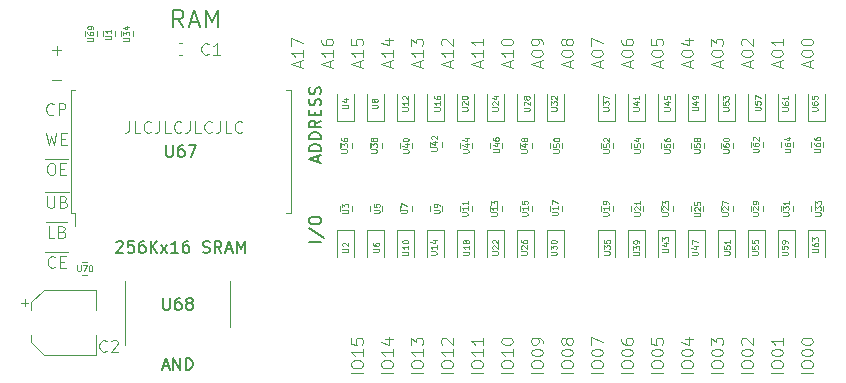
<source format=gbr>
%TF.GenerationSoftware,KiCad,Pcbnew,(5.1.10-1-10_14)*%
%TF.CreationDate,2021-09-25T13:26:57-04:00*%
%TF.ProjectId,RAM,52414d2e-6b69-4636-9164-5f7063625858,rev?*%
%TF.SameCoordinates,Original*%
%TF.FileFunction,Legend,Top*%
%TF.FilePolarity,Positive*%
%FSLAX46Y46*%
G04 Gerber Fmt 4.6, Leading zero omitted, Abs format (unit mm)*
G04 Created by KiCad (PCBNEW (5.1.10-1-10_14)) date 2021-09-25 13:26:57*
%MOMM*%
%LPD*%
G01*
G04 APERTURE LIST*
%ADD10C,0.100000*%
%ADD11C,0.150000*%
%ADD12C,0.120000*%
G04 APERTURE END LIST*
D10*
X230584952Y-79970380D02*
X230584952Y-80684666D01*
X230537333Y-80827523D01*
X230442095Y-80922761D01*
X230299238Y-80970380D01*
X230204000Y-80970380D01*
X231537333Y-80970380D02*
X231061142Y-80970380D01*
X231061142Y-79970380D01*
X232442095Y-80875142D02*
X232394476Y-80922761D01*
X232251619Y-80970380D01*
X232156380Y-80970380D01*
X232013523Y-80922761D01*
X231918285Y-80827523D01*
X231870666Y-80732285D01*
X231823047Y-80541809D01*
X231823047Y-80398952D01*
X231870666Y-80208476D01*
X231918285Y-80113238D01*
X232013523Y-80018000D01*
X232156380Y-79970380D01*
X232251619Y-79970380D01*
X232394476Y-80018000D01*
X232442095Y-80065619D01*
X233156380Y-79970380D02*
X233156380Y-80684666D01*
X233108761Y-80827523D01*
X233013523Y-80922761D01*
X232870666Y-80970380D01*
X232775428Y-80970380D01*
X234108761Y-80970380D02*
X233632571Y-80970380D01*
X233632571Y-79970380D01*
X235013523Y-80875142D02*
X234965904Y-80922761D01*
X234823047Y-80970380D01*
X234727809Y-80970380D01*
X234584952Y-80922761D01*
X234489714Y-80827523D01*
X234442095Y-80732285D01*
X234394476Y-80541809D01*
X234394476Y-80398952D01*
X234442095Y-80208476D01*
X234489714Y-80113238D01*
X234584952Y-80018000D01*
X234727809Y-79970380D01*
X234823047Y-79970380D01*
X234965904Y-80018000D01*
X235013523Y-80065619D01*
X235727809Y-79970380D02*
X235727809Y-80684666D01*
X235680190Y-80827523D01*
X235584952Y-80922761D01*
X235442095Y-80970380D01*
X235346857Y-80970380D01*
X236680190Y-80970380D02*
X236204000Y-80970380D01*
X236204000Y-79970380D01*
X237584952Y-80875142D02*
X237537333Y-80922761D01*
X237394476Y-80970380D01*
X237299238Y-80970380D01*
X237156380Y-80922761D01*
X237061142Y-80827523D01*
X237013523Y-80732285D01*
X236965904Y-80541809D01*
X236965904Y-80398952D01*
X237013523Y-80208476D01*
X237061142Y-80113238D01*
X237156380Y-80018000D01*
X237299238Y-79970380D01*
X237394476Y-79970380D01*
X237537333Y-80018000D01*
X237584952Y-80065619D01*
X238299238Y-79970380D02*
X238299238Y-80684666D01*
X238251619Y-80827523D01*
X238156380Y-80922761D01*
X238013523Y-80970380D01*
X237918285Y-80970380D01*
X239251619Y-80970380D02*
X238775428Y-80970380D01*
X238775428Y-79970380D01*
X240156380Y-80875142D02*
X240108761Y-80922761D01*
X239965904Y-80970380D01*
X239870666Y-80970380D01*
X239727809Y-80922761D01*
X239632571Y-80827523D01*
X239584952Y-80732285D01*
X239537333Y-80541809D01*
X239537333Y-80398952D01*
X239584952Y-80208476D01*
X239632571Y-80113238D01*
X239727809Y-80018000D01*
X239870666Y-79970380D01*
X239965904Y-79970380D01*
X240108761Y-80018000D01*
X240156380Y-80065619D01*
X223503619Y-91098000D02*
X224503619Y-91098000D01*
X224313142Y-92305142D02*
X224265523Y-92352761D01*
X224122666Y-92400380D01*
X224027428Y-92400380D01*
X223884571Y-92352761D01*
X223789333Y-92257523D01*
X223741714Y-92162285D01*
X223694095Y-91971809D01*
X223694095Y-91828952D01*
X223741714Y-91638476D01*
X223789333Y-91543238D01*
X223884571Y-91448000D01*
X224027428Y-91400380D01*
X224122666Y-91400380D01*
X224265523Y-91448000D01*
X224313142Y-91495619D01*
X224503619Y-91098000D02*
X225408380Y-91098000D01*
X224741714Y-91876571D02*
X225075047Y-91876571D01*
X225217904Y-92400380D02*
X224741714Y-92400380D01*
X224741714Y-91400380D01*
X225217904Y-91400380D01*
X223551238Y-88558000D02*
X224360761Y-88558000D01*
X224265523Y-89860380D02*
X223789333Y-89860380D01*
X223789333Y-88860380D01*
X224360761Y-88558000D02*
X225360761Y-88558000D01*
X224932190Y-89336571D02*
X225075047Y-89384190D01*
X225122666Y-89431809D01*
X225170285Y-89527047D01*
X225170285Y-89669904D01*
X225122666Y-89765142D01*
X225075047Y-89812761D01*
X224979809Y-89860380D01*
X224598857Y-89860380D01*
X224598857Y-88860380D01*
X224932190Y-88860380D01*
X225027428Y-88908000D01*
X225075047Y-88955619D01*
X225122666Y-89050857D01*
X225122666Y-89146095D01*
X225075047Y-89241333D01*
X225027428Y-89288952D01*
X224932190Y-89336571D01*
X224598857Y-89336571D01*
X223432190Y-86018000D02*
X224479809Y-86018000D01*
X223670285Y-86320380D02*
X223670285Y-87129904D01*
X223717904Y-87225142D01*
X223765523Y-87272761D01*
X223860761Y-87320380D01*
X224051238Y-87320380D01*
X224146476Y-87272761D01*
X224194095Y-87225142D01*
X224241714Y-87129904D01*
X224241714Y-86320380D01*
X224479809Y-86018000D02*
X225479809Y-86018000D01*
X225051238Y-86796571D02*
X225194095Y-86844190D01*
X225241714Y-86891809D01*
X225289333Y-86987047D01*
X225289333Y-87129904D01*
X225241714Y-87225142D01*
X225194095Y-87272761D01*
X225098857Y-87320380D01*
X224717904Y-87320380D01*
X224717904Y-86320380D01*
X225051238Y-86320380D01*
X225146476Y-86368000D01*
X225194095Y-86415619D01*
X225241714Y-86510857D01*
X225241714Y-86606095D01*
X225194095Y-86701333D01*
X225146476Y-86748952D01*
X225051238Y-86796571D01*
X224717904Y-86796571D01*
X223479809Y-83224000D02*
X224527428Y-83224000D01*
X223908380Y-83526380D02*
X224098857Y-83526380D01*
X224194095Y-83574000D01*
X224289333Y-83669238D01*
X224336952Y-83859714D01*
X224336952Y-84193047D01*
X224289333Y-84383523D01*
X224194095Y-84478761D01*
X224098857Y-84526380D01*
X223908380Y-84526380D01*
X223813142Y-84478761D01*
X223717904Y-84383523D01*
X223670285Y-84193047D01*
X223670285Y-83859714D01*
X223717904Y-83669238D01*
X223813142Y-83574000D01*
X223908380Y-83526380D01*
X224527428Y-83224000D02*
X225432190Y-83224000D01*
X224765523Y-84002571D02*
X225098857Y-84002571D01*
X225241714Y-84526380D02*
X224765523Y-84526380D01*
X224765523Y-83526380D01*
X225241714Y-83526380D01*
X223575047Y-80986380D02*
X223813142Y-81986380D01*
X224003619Y-81272095D01*
X224194095Y-81986380D01*
X224432190Y-80986380D01*
X224813142Y-81462571D02*
X225146476Y-81462571D01*
X225289333Y-81986380D02*
X224813142Y-81986380D01*
X224813142Y-80986380D01*
X225289333Y-80986380D01*
X224189523Y-79377142D02*
X224141904Y-79424761D01*
X223999047Y-79472380D01*
X223903809Y-79472380D01*
X223760952Y-79424761D01*
X223665714Y-79329523D01*
X223618095Y-79234285D01*
X223570476Y-79043809D01*
X223570476Y-78900952D01*
X223618095Y-78710476D01*
X223665714Y-78615238D01*
X223760952Y-78520000D01*
X223903809Y-78472380D01*
X223999047Y-78472380D01*
X224141904Y-78520000D01*
X224189523Y-78567619D01*
X224618095Y-79472380D02*
X224618095Y-78472380D01*
X224999047Y-78472380D01*
X225094285Y-78520000D01*
X225141904Y-78567619D01*
X225189523Y-78662857D01*
X225189523Y-78805714D01*
X225141904Y-78900952D01*
X225094285Y-78948571D01*
X224999047Y-78996190D01*
X224618095Y-78996190D01*
X224079047Y-76525428D02*
X224840952Y-76525428D01*
X224079047Y-73985428D02*
X224840952Y-73985428D01*
X224460000Y-74366380D02*
X224460000Y-73604476D01*
X288488380Y-101332190D02*
X287488380Y-101332190D01*
X287488380Y-100665523D02*
X287488380Y-100475047D01*
X287536000Y-100379809D01*
X287631238Y-100284571D01*
X287821714Y-100236952D01*
X288155047Y-100236952D01*
X288345523Y-100284571D01*
X288440761Y-100379809D01*
X288488380Y-100475047D01*
X288488380Y-100665523D01*
X288440761Y-100760761D01*
X288345523Y-100856000D01*
X288155047Y-100903619D01*
X287821714Y-100903619D01*
X287631238Y-100856000D01*
X287536000Y-100760761D01*
X287488380Y-100665523D01*
X287488380Y-99617904D02*
X287488380Y-99522666D01*
X287536000Y-99427428D01*
X287583619Y-99379809D01*
X287678857Y-99332190D01*
X287869333Y-99284571D01*
X288107428Y-99284571D01*
X288297904Y-99332190D01*
X288393142Y-99379809D01*
X288440761Y-99427428D01*
X288488380Y-99522666D01*
X288488380Y-99617904D01*
X288440761Y-99713142D01*
X288393142Y-99760761D01*
X288297904Y-99808380D01*
X288107428Y-99856000D01*
X287869333Y-99856000D01*
X287678857Y-99808380D01*
X287583619Y-99760761D01*
X287536000Y-99713142D01*
X287488380Y-99617904D01*
X287488380Y-98665523D02*
X287488380Y-98570285D01*
X287536000Y-98475047D01*
X287583619Y-98427428D01*
X287678857Y-98379809D01*
X287869333Y-98332190D01*
X288107428Y-98332190D01*
X288297904Y-98379809D01*
X288393142Y-98427428D01*
X288440761Y-98475047D01*
X288488380Y-98570285D01*
X288488380Y-98665523D01*
X288440761Y-98760761D01*
X288393142Y-98808380D01*
X288297904Y-98856000D01*
X288107428Y-98903619D01*
X287869333Y-98903619D01*
X287678857Y-98856000D01*
X287583619Y-98808380D01*
X287536000Y-98760761D01*
X287488380Y-98665523D01*
X285948380Y-101332190D02*
X284948380Y-101332190D01*
X284948380Y-100665523D02*
X284948380Y-100475047D01*
X284996000Y-100379809D01*
X285091238Y-100284571D01*
X285281714Y-100236952D01*
X285615047Y-100236952D01*
X285805523Y-100284571D01*
X285900761Y-100379809D01*
X285948380Y-100475047D01*
X285948380Y-100665523D01*
X285900761Y-100760761D01*
X285805523Y-100856000D01*
X285615047Y-100903619D01*
X285281714Y-100903619D01*
X285091238Y-100856000D01*
X284996000Y-100760761D01*
X284948380Y-100665523D01*
X284948380Y-99617904D02*
X284948380Y-99522666D01*
X284996000Y-99427428D01*
X285043619Y-99379809D01*
X285138857Y-99332190D01*
X285329333Y-99284571D01*
X285567428Y-99284571D01*
X285757904Y-99332190D01*
X285853142Y-99379809D01*
X285900761Y-99427428D01*
X285948380Y-99522666D01*
X285948380Y-99617904D01*
X285900761Y-99713142D01*
X285853142Y-99760761D01*
X285757904Y-99808380D01*
X285567428Y-99856000D01*
X285329333Y-99856000D01*
X285138857Y-99808380D01*
X285043619Y-99760761D01*
X284996000Y-99713142D01*
X284948380Y-99617904D01*
X285948380Y-98332190D02*
X285948380Y-98903619D01*
X285948380Y-98617904D02*
X284948380Y-98617904D01*
X285091238Y-98713142D01*
X285186476Y-98808380D01*
X285234095Y-98903619D01*
X283408380Y-101332190D02*
X282408380Y-101332190D01*
X282408380Y-100665523D02*
X282408380Y-100475047D01*
X282456000Y-100379809D01*
X282551238Y-100284571D01*
X282741714Y-100236952D01*
X283075047Y-100236952D01*
X283265523Y-100284571D01*
X283360761Y-100379809D01*
X283408380Y-100475047D01*
X283408380Y-100665523D01*
X283360761Y-100760761D01*
X283265523Y-100856000D01*
X283075047Y-100903619D01*
X282741714Y-100903619D01*
X282551238Y-100856000D01*
X282456000Y-100760761D01*
X282408380Y-100665523D01*
X282408380Y-99617904D02*
X282408380Y-99522666D01*
X282456000Y-99427428D01*
X282503619Y-99379809D01*
X282598857Y-99332190D01*
X282789333Y-99284571D01*
X283027428Y-99284571D01*
X283217904Y-99332190D01*
X283313142Y-99379809D01*
X283360761Y-99427428D01*
X283408380Y-99522666D01*
X283408380Y-99617904D01*
X283360761Y-99713142D01*
X283313142Y-99760761D01*
X283217904Y-99808380D01*
X283027428Y-99856000D01*
X282789333Y-99856000D01*
X282598857Y-99808380D01*
X282503619Y-99760761D01*
X282456000Y-99713142D01*
X282408380Y-99617904D01*
X282503619Y-98903619D02*
X282456000Y-98856000D01*
X282408380Y-98760761D01*
X282408380Y-98522666D01*
X282456000Y-98427428D01*
X282503619Y-98379809D01*
X282598857Y-98332190D01*
X282694095Y-98332190D01*
X282836952Y-98379809D01*
X283408380Y-98951238D01*
X283408380Y-98332190D01*
X280868380Y-101332190D02*
X279868380Y-101332190D01*
X279868380Y-100665523D02*
X279868380Y-100475047D01*
X279916000Y-100379809D01*
X280011238Y-100284571D01*
X280201714Y-100236952D01*
X280535047Y-100236952D01*
X280725523Y-100284571D01*
X280820761Y-100379809D01*
X280868380Y-100475047D01*
X280868380Y-100665523D01*
X280820761Y-100760761D01*
X280725523Y-100856000D01*
X280535047Y-100903619D01*
X280201714Y-100903619D01*
X280011238Y-100856000D01*
X279916000Y-100760761D01*
X279868380Y-100665523D01*
X279868380Y-99617904D02*
X279868380Y-99522666D01*
X279916000Y-99427428D01*
X279963619Y-99379809D01*
X280058857Y-99332190D01*
X280249333Y-99284571D01*
X280487428Y-99284571D01*
X280677904Y-99332190D01*
X280773142Y-99379809D01*
X280820761Y-99427428D01*
X280868380Y-99522666D01*
X280868380Y-99617904D01*
X280820761Y-99713142D01*
X280773142Y-99760761D01*
X280677904Y-99808380D01*
X280487428Y-99856000D01*
X280249333Y-99856000D01*
X280058857Y-99808380D01*
X279963619Y-99760761D01*
X279916000Y-99713142D01*
X279868380Y-99617904D01*
X279868380Y-98951238D02*
X279868380Y-98332190D01*
X280249333Y-98665523D01*
X280249333Y-98522666D01*
X280296952Y-98427428D01*
X280344571Y-98379809D01*
X280439809Y-98332190D01*
X280677904Y-98332190D01*
X280773142Y-98379809D01*
X280820761Y-98427428D01*
X280868380Y-98522666D01*
X280868380Y-98808380D01*
X280820761Y-98903619D01*
X280773142Y-98951238D01*
X278328380Y-101332190D02*
X277328380Y-101332190D01*
X277328380Y-100665523D02*
X277328380Y-100475047D01*
X277376000Y-100379809D01*
X277471238Y-100284571D01*
X277661714Y-100236952D01*
X277995047Y-100236952D01*
X278185523Y-100284571D01*
X278280761Y-100379809D01*
X278328380Y-100475047D01*
X278328380Y-100665523D01*
X278280761Y-100760761D01*
X278185523Y-100856000D01*
X277995047Y-100903619D01*
X277661714Y-100903619D01*
X277471238Y-100856000D01*
X277376000Y-100760761D01*
X277328380Y-100665523D01*
X277328380Y-99617904D02*
X277328380Y-99522666D01*
X277376000Y-99427428D01*
X277423619Y-99379809D01*
X277518857Y-99332190D01*
X277709333Y-99284571D01*
X277947428Y-99284571D01*
X278137904Y-99332190D01*
X278233142Y-99379809D01*
X278280761Y-99427428D01*
X278328380Y-99522666D01*
X278328380Y-99617904D01*
X278280761Y-99713142D01*
X278233142Y-99760761D01*
X278137904Y-99808380D01*
X277947428Y-99856000D01*
X277709333Y-99856000D01*
X277518857Y-99808380D01*
X277423619Y-99760761D01*
X277376000Y-99713142D01*
X277328380Y-99617904D01*
X277661714Y-98427428D02*
X278328380Y-98427428D01*
X277280761Y-98665523D02*
X277995047Y-98903619D01*
X277995047Y-98284571D01*
X275788380Y-101332190D02*
X274788380Y-101332190D01*
X274788380Y-100665523D02*
X274788380Y-100475047D01*
X274836000Y-100379809D01*
X274931238Y-100284571D01*
X275121714Y-100236952D01*
X275455047Y-100236952D01*
X275645523Y-100284571D01*
X275740761Y-100379809D01*
X275788380Y-100475047D01*
X275788380Y-100665523D01*
X275740761Y-100760761D01*
X275645523Y-100856000D01*
X275455047Y-100903619D01*
X275121714Y-100903619D01*
X274931238Y-100856000D01*
X274836000Y-100760761D01*
X274788380Y-100665523D01*
X274788380Y-99617904D02*
X274788380Y-99522666D01*
X274836000Y-99427428D01*
X274883619Y-99379809D01*
X274978857Y-99332190D01*
X275169333Y-99284571D01*
X275407428Y-99284571D01*
X275597904Y-99332190D01*
X275693142Y-99379809D01*
X275740761Y-99427428D01*
X275788380Y-99522666D01*
X275788380Y-99617904D01*
X275740761Y-99713142D01*
X275693142Y-99760761D01*
X275597904Y-99808380D01*
X275407428Y-99856000D01*
X275169333Y-99856000D01*
X274978857Y-99808380D01*
X274883619Y-99760761D01*
X274836000Y-99713142D01*
X274788380Y-99617904D01*
X274788380Y-98379809D02*
X274788380Y-98856000D01*
X275264571Y-98903619D01*
X275216952Y-98856000D01*
X275169333Y-98760761D01*
X275169333Y-98522666D01*
X275216952Y-98427428D01*
X275264571Y-98379809D01*
X275359809Y-98332190D01*
X275597904Y-98332190D01*
X275693142Y-98379809D01*
X275740761Y-98427428D01*
X275788380Y-98522666D01*
X275788380Y-98760761D01*
X275740761Y-98856000D01*
X275693142Y-98903619D01*
X273248380Y-101332190D02*
X272248380Y-101332190D01*
X272248380Y-100665523D02*
X272248380Y-100475047D01*
X272296000Y-100379809D01*
X272391238Y-100284571D01*
X272581714Y-100236952D01*
X272915047Y-100236952D01*
X273105523Y-100284571D01*
X273200761Y-100379809D01*
X273248380Y-100475047D01*
X273248380Y-100665523D01*
X273200761Y-100760761D01*
X273105523Y-100856000D01*
X272915047Y-100903619D01*
X272581714Y-100903619D01*
X272391238Y-100856000D01*
X272296000Y-100760761D01*
X272248380Y-100665523D01*
X272248380Y-99617904D02*
X272248380Y-99522666D01*
X272296000Y-99427428D01*
X272343619Y-99379809D01*
X272438857Y-99332190D01*
X272629333Y-99284571D01*
X272867428Y-99284571D01*
X273057904Y-99332190D01*
X273153142Y-99379809D01*
X273200761Y-99427428D01*
X273248380Y-99522666D01*
X273248380Y-99617904D01*
X273200761Y-99713142D01*
X273153142Y-99760761D01*
X273057904Y-99808380D01*
X272867428Y-99856000D01*
X272629333Y-99856000D01*
X272438857Y-99808380D01*
X272343619Y-99760761D01*
X272296000Y-99713142D01*
X272248380Y-99617904D01*
X272248380Y-98427428D02*
X272248380Y-98617904D01*
X272296000Y-98713142D01*
X272343619Y-98760761D01*
X272486476Y-98856000D01*
X272676952Y-98903619D01*
X273057904Y-98903619D01*
X273153142Y-98856000D01*
X273200761Y-98808380D01*
X273248380Y-98713142D01*
X273248380Y-98522666D01*
X273200761Y-98427428D01*
X273153142Y-98379809D01*
X273057904Y-98332190D01*
X272819809Y-98332190D01*
X272724571Y-98379809D01*
X272676952Y-98427428D01*
X272629333Y-98522666D01*
X272629333Y-98713142D01*
X272676952Y-98808380D01*
X272724571Y-98856000D01*
X272819809Y-98903619D01*
X270708380Y-101332190D02*
X269708380Y-101332190D01*
X269708380Y-100665523D02*
X269708380Y-100475047D01*
X269756000Y-100379809D01*
X269851238Y-100284571D01*
X270041714Y-100236952D01*
X270375047Y-100236952D01*
X270565523Y-100284571D01*
X270660761Y-100379809D01*
X270708380Y-100475047D01*
X270708380Y-100665523D01*
X270660761Y-100760761D01*
X270565523Y-100856000D01*
X270375047Y-100903619D01*
X270041714Y-100903619D01*
X269851238Y-100856000D01*
X269756000Y-100760761D01*
X269708380Y-100665523D01*
X269708380Y-99617904D02*
X269708380Y-99522666D01*
X269756000Y-99427428D01*
X269803619Y-99379809D01*
X269898857Y-99332190D01*
X270089333Y-99284571D01*
X270327428Y-99284571D01*
X270517904Y-99332190D01*
X270613142Y-99379809D01*
X270660761Y-99427428D01*
X270708380Y-99522666D01*
X270708380Y-99617904D01*
X270660761Y-99713142D01*
X270613142Y-99760761D01*
X270517904Y-99808380D01*
X270327428Y-99856000D01*
X270089333Y-99856000D01*
X269898857Y-99808380D01*
X269803619Y-99760761D01*
X269756000Y-99713142D01*
X269708380Y-99617904D01*
X269708380Y-98951238D02*
X269708380Y-98284571D01*
X270708380Y-98713142D01*
X268168380Y-101332190D02*
X267168380Y-101332190D01*
X267168380Y-100665523D02*
X267168380Y-100475047D01*
X267216000Y-100379809D01*
X267311238Y-100284571D01*
X267501714Y-100236952D01*
X267835047Y-100236952D01*
X268025523Y-100284571D01*
X268120761Y-100379809D01*
X268168380Y-100475047D01*
X268168380Y-100665523D01*
X268120761Y-100760761D01*
X268025523Y-100856000D01*
X267835047Y-100903619D01*
X267501714Y-100903619D01*
X267311238Y-100856000D01*
X267216000Y-100760761D01*
X267168380Y-100665523D01*
X267168380Y-99617904D02*
X267168380Y-99522666D01*
X267216000Y-99427428D01*
X267263619Y-99379809D01*
X267358857Y-99332190D01*
X267549333Y-99284571D01*
X267787428Y-99284571D01*
X267977904Y-99332190D01*
X268073142Y-99379809D01*
X268120761Y-99427428D01*
X268168380Y-99522666D01*
X268168380Y-99617904D01*
X268120761Y-99713142D01*
X268073142Y-99760761D01*
X267977904Y-99808380D01*
X267787428Y-99856000D01*
X267549333Y-99856000D01*
X267358857Y-99808380D01*
X267263619Y-99760761D01*
X267216000Y-99713142D01*
X267168380Y-99617904D01*
X267596952Y-98713142D02*
X267549333Y-98808380D01*
X267501714Y-98856000D01*
X267406476Y-98903619D01*
X267358857Y-98903619D01*
X267263619Y-98856000D01*
X267216000Y-98808380D01*
X267168380Y-98713142D01*
X267168380Y-98522666D01*
X267216000Y-98427428D01*
X267263619Y-98379809D01*
X267358857Y-98332190D01*
X267406476Y-98332190D01*
X267501714Y-98379809D01*
X267549333Y-98427428D01*
X267596952Y-98522666D01*
X267596952Y-98713142D01*
X267644571Y-98808380D01*
X267692190Y-98856000D01*
X267787428Y-98903619D01*
X267977904Y-98903619D01*
X268073142Y-98856000D01*
X268120761Y-98808380D01*
X268168380Y-98713142D01*
X268168380Y-98522666D01*
X268120761Y-98427428D01*
X268073142Y-98379809D01*
X267977904Y-98332190D01*
X267787428Y-98332190D01*
X267692190Y-98379809D01*
X267644571Y-98427428D01*
X267596952Y-98522666D01*
X265628380Y-101332190D02*
X264628380Y-101332190D01*
X264628380Y-100665523D02*
X264628380Y-100475047D01*
X264676000Y-100379809D01*
X264771238Y-100284571D01*
X264961714Y-100236952D01*
X265295047Y-100236952D01*
X265485523Y-100284571D01*
X265580761Y-100379809D01*
X265628380Y-100475047D01*
X265628380Y-100665523D01*
X265580761Y-100760761D01*
X265485523Y-100856000D01*
X265295047Y-100903619D01*
X264961714Y-100903619D01*
X264771238Y-100856000D01*
X264676000Y-100760761D01*
X264628380Y-100665523D01*
X264628380Y-99617904D02*
X264628380Y-99522666D01*
X264676000Y-99427428D01*
X264723619Y-99379809D01*
X264818857Y-99332190D01*
X265009333Y-99284571D01*
X265247428Y-99284571D01*
X265437904Y-99332190D01*
X265533142Y-99379809D01*
X265580761Y-99427428D01*
X265628380Y-99522666D01*
X265628380Y-99617904D01*
X265580761Y-99713142D01*
X265533142Y-99760761D01*
X265437904Y-99808380D01*
X265247428Y-99856000D01*
X265009333Y-99856000D01*
X264818857Y-99808380D01*
X264723619Y-99760761D01*
X264676000Y-99713142D01*
X264628380Y-99617904D01*
X265628380Y-98808380D02*
X265628380Y-98617904D01*
X265580761Y-98522666D01*
X265533142Y-98475047D01*
X265390285Y-98379809D01*
X265199809Y-98332190D01*
X264818857Y-98332190D01*
X264723619Y-98379809D01*
X264676000Y-98427428D01*
X264628380Y-98522666D01*
X264628380Y-98713142D01*
X264676000Y-98808380D01*
X264723619Y-98856000D01*
X264818857Y-98903619D01*
X265056952Y-98903619D01*
X265152190Y-98856000D01*
X265199809Y-98808380D01*
X265247428Y-98713142D01*
X265247428Y-98522666D01*
X265199809Y-98427428D01*
X265152190Y-98379809D01*
X265056952Y-98332190D01*
X263088380Y-101332190D02*
X262088380Y-101332190D01*
X262088380Y-100665523D02*
X262088380Y-100475047D01*
X262136000Y-100379809D01*
X262231238Y-100284571D01*
X262421714Y-100236952D01*
X262755047Y-100236952D01*
X262945523Y-100284571D01*
X263040761Y-100379809D01*
X263088380Y-100475047D01*
X263088380Y-100665523D01*
X263040761Y-100760761D01*
X262945523Y-100856000D01*
X262755047Y-100903619D01*
X262421714Y-100903619D01*
X262231238Y-100856000D01*
X262136000Y-100760761D01*
X262088380Y-100665523D01*
X263088380Y-99284571D02*
X263088380Y-99856000D01*
X263088380Y-99570285D02*
X262088380Y-99570285D01*
X262231238Y-99665523D01*
X262326476Y-99760761D01*
X262374095Y-99856000D01*
X262088380Y-98665523D02*
X262088380Y-98570285D01*
X262136000Y-98475047D01*
X262183619Y-98427428D01*
X262278857Y-98379809D01*
X262469333Y-98332190D01*
X262707428Y-98332190D01*
X262897904Y-98379809D01*
X262993142Y-98427428D01*
X263040761Y-98475047D01*
X263088380Y-98570285D01*
X263088380Y-98665523D01*
X263040761Y-98760761D01*
X262993142Y-98808380D01*
X262897904Y-98856000D01*
X262707428Y-98903619D01*
X262469333Y-98903619D01*
X262278857Y-98856000D01*
X262183619Y-98808380D01*
X262136000Y-98760761D01*
X262088380Y-98665523D01*
X260548380Y-101332190D02*
X259548380Y-101332190D01*
X259548380Y-100665523D02*
X259548380Y-100475047D01*
X259596000Y-100379809D01*
X259691238Y-100284571D01*
X259881714Y-100236952D01*
X260215047Y-100236952D01*
X260405523Y-100284571D01*
X260500761Y-100379809D01*
X260548380Y-100475047D01*
X260548380Y-100665523D01*
X260500761Y-100760761D01*
X260405523Y-100856000D01*
X260215047Y-100903619D01*
X259881714Y-100903619D01*
X259691238Y-100856000D01*
X259596000Y-100760761D01*
X259548380Y-100665523D01*
X260548380Y-99284571D02*
X260548380Y-99856000D01*
X260548380Y-99570285D02*
X259548380Y-99570285D01*
X259691238Y-99665523D01*
X259786476Y-99760761D01*
X259834095Y-99856000D01*
X260548380Y-98332190D02*
X260548380Y-98903619D01*
X260548380Y-98617904D02*
X259548380Y-98617904D01*
X259691238Y-98713142D01*
X259786476Y-98808380D01*
X259834095Y-98903619D01*
X258008380Y-101332190D02*
X257008380Y-101332190D01*
X257008380Y-100665523D02*
X257008380Y-100475047D01*
X257056000Y-100379809D01*
X257151238Y-100284571D01*
X257341714Y-100236952D01*
X257675047Y-100236952D01*
X257865523Y-100284571D01*
X257960761Y-100379809D01*
X258008380Y-100475047D01*
X258008380Y-100665523D01*
X257960761Y-100760761D01*
X257865523Y-100856000D01*
X257675047Y-100903619D01*
X257341714Y-100903619D01*
X257151238Y-100856000D01*
X257056000Y-100760761D01*
X257008380Y-100665523D01*
X258008380Y-99284571D02*
X258008380Y-99856000D01*
X258008380Y-99570285D02*
X257008380Y-99570285D01*
X257151238Y-99665523D01*
X257246476Y-99760761D01*
X257294095Y-99856000D01*
X257103619Y-98903619D02*
X257056000Y-98856000D01*
X257008380Y-98760761D01*
X257008380Y-98522666D01*
X257056000Y-98427428D01*
X257103619Y-98379809D01*
X257198857Y-98332190D01*
X257294095Y-98332190D01*
X257436952Y-98379809D01*
X258008380Y-98951238D01*
X258008380Y-98332190D01*
X255468380Y-101332190D02*
X254468380Y-101332190D01*
X254468380Y-100665523D02*
X254468380Y-100475047D01*
X254516000Y-100379809D01*
X254611238Y-100284571D01*
X254801714Y-100236952D01*
X255135047Y-100236952D01*
X255325523Y-100284571D01*
X255420761Y-100379809D01*
X255468380Y-100475047D01*
X255468380Y-100665523D01*
X255420761Y-100760761D01*
X255325523Y-100856000D01*
X255135047Y-100903619D01*
X254801714Y-100903619D01*
X254611238Y-100856000D01*
X254516000Y-100760761D01*
X254468380Y-100665523D01*
X255468380Y-99284571D02*
X255468380Y-99856000D01*
X255468380Y-99570285D02*
X254468380Y-99570285D01*
X254611238Y-99665523D01*
X254706476Y-99760761D01*
X254754095Y-99856000D01*
X254468380Y-98951238D02*
X254468380Y-98332190D01*
X254849333Y-98665523D01*
X254849333Y-98522666D01*
X254896952Y-98427428D01*
X254944571Y-98379809D01*
X255039809Y-98332190D01*
X255277904Y-98332190D01*
X255373142Y-98379809D01*
X255420761Y-98427428D01*
X255468380Y-98522666D01*
X255468380Y-98808380D01*
X255420761Y-98903619D01*
X255373142Y-98951238D01*
X252928380Y-101332190D02*
X251928380Y-101332190D01*
X251928380Y-100665523D02*
X251928380Y-100475047D01*
X251976000Y-100379809D01*
X252071238Y-100284571D01*
X252261714Y-100236952D01*
X252595047Y-100236952D01*
X252785523Y-100284571D01*
X252880761Y-100379809D01*
X252928380Y-100475047D01*
X252928380Y-100665523D01*
X252880761Y-100760761D01*
X252785523Y-100856000D01*
X252595047Y-100903619D01*
X252261714Y-100903619D01*
X252071238Y-100856000D01*
X251976000Y-100760761D01*
X251928380Y-100665523D01*
X252928380Y-99284571D02*
X252928380Y-99856000D01*
X252928380Y-99570285D02*
X251928380Y-99570285D01*
X252071238Y-99665523D01*
X252166476Y-99760761D01*
X252214095Y-99856000D01*
X252261714Y-98427428D02*
X252928380Y-98427428D01*
X251880761Y-98665523D02*
X252595047Y-98903619D01*
X252595047Y-98284571D01*
X250388380Y-101332190D02*
X249388380Y-101332190D01*
X249388380Y-100665523D02*
X249388380Y-100475047D01*
X249436000Y-100379809D01*
X249531238Y-100284571D01*
X249721714Y-100236952D01*
X250055047Y-100236952D01*
X250245523Y-100284571D01*
X250340761Y-100379809D01*
X250388380Y-100475047D01*
X250388380Y-100665523D01*
X250340761Y-100760761D01*
X250245523Y-100856000D01*
X250055047Y-100903619D01*
X249721714Y-100903619D01*
X249531238Y-100856000D01*
X249436000Y-100760761D01*
X249388380Y-100665523D01*
X250388380Y-99284571D02*
X250388380Y-99856000D01*
X250388380Y-99570285D02*
X249388380Y-99570285D01*
X249531238Y-99665523D01*
X249626476Y-99760761D01*
X249674095Y-99856000D01*
X249388380Y-98379809D02*
X249388380Y-98856000D01*
X249864571Y-98903619D01*
X249816952Y-98856000D01*
X249769333Y-98760761D01*
X249769333Y-98522666D01*
X249816952Y-98427428D01*
X249864571Y-98379809D01*
X249959809Y-98332190D01*
X250197904Y-98332190D01*
X250293142Y-98379809D01*
X250340761Y-98427428D01*
X250388380Y-98522666D01*
X250388380Y-98760761D01*
X250340761Y-98856000D01*
X250293142Y-98903619D01*
X245022666Y-75376476D02*
X245022666Y-74900285D01*
X245308380Y-75471714D02*
X244308380Y-75138380D01*
X245308380Y-74805047D01*
X245308380Y-73947904D02*
X245308380Y-74519333D01*
X245308380Y-74233619D02*
X244308380Y-74233619D01*
X244451238Y-74328857D01*
X244546476Y-74424095D01*
X244594095Y-74519333D01*
X244308380Y-73614571D02*
X244308380Y-72947904D01*
X245308380Y-73376476D01*
X247562666Y-75376476D02*
X247562666Y-74900285D01*
X247848380Y-75471714D02*
X246848380Y-75138380D01*
X247848380Y-74805047D01*
X247848380Y-73947904D02*
X247848380Y-74519333D01*
X247848380Y-74233619D02*
X246848380Y-74233619D01*
X246991238Y-74328857D01*
X247086476Y-74424095D01*
X247134095Y-74519333D01*
X246848380Y-73090761D02*
X246848380Y-73281238D01*
X246896000Y-73376476D01*
X246943619Y-73424095D01*
X247086476Y-73519333D01*
X247276952Y-73566952D01*
X247657904Y-73566952D01*
X247753142Y-73519333D01*
X247800761Y-73471714D01*
X247848380Y-73376476D01*
X247848380Y-73186000D01*
X247800761Y-73090761D01*
X247753142Y-73043142D01*
X247657904Y-72995523D01*
X247419809Y-72995523D01*
X247324571Y-73043142D01*
X247276952Y-73090761D01*
X247229333Y-73186000D01*
X247229333Y-73376476D01*
X247276952Y-73471714D01*
X247324571Y-73519333D01*
X247419809Y-73566952D01*
D11*
X246832380Y-90201619D02*
X245832380Y-90201619D01*
X245784761Y-89011142D02*
X247070476Y-89868285D01*
X245832380Y-88487333D02*
X245832380Y-88296857D01*
X245880000Y-88201619D01*
X245975238Y-88106380D01*
X246165714Y-88058761D01*
X246499047Y-88058761D01*
X246689523Y-88106380D01*
X246784761Y-88201619D01*
X246832380Y-88296857D01*
X246832380Y-88487333D01*
X246784761Y-88582571D01*
X246689523Y-88677809D01*
X246499047Y-88725428D01*
X246165714Y-88725428D01*
X245975238Y-88677809D01*
X245880000Y-88582571D01*
X245832380Y-88487333D01*
X246546666Y-83406857D02*
X246546666Y-82930666D01*
X246832380Y-83502095D02*
X245832380Y-83168761D01*
X246832380Y-82835428D01*
X246832380Y-82502095D02*
X245832380Y-82502095D01*
X245832380Y-82264000D01*
X245880000Y-82121142D01*
X245975238Y-82025904D01*
X246070476Y-81978285D01*
X246260952Y-81930666D01*
X246403809Y-81930666D01*
X246594285Y-81978285D01*
X246689523Y-82025904D01*
X246784761Y-82121142D01*
X246832380Y-82264000D01*
X246832380Y-82502095D01*
X246832380Y-81502095D02*
X245832380Y-81502095D01*
X245832380Y-81264000D01*
X245880000Y-81121142D01*
X245975238Y-81025904D01*
X246070476Y-80978285D01*
X246260952Y-80930666D01*
X246403809Y-80930666D01*
X246594285Y-80978285D01*
X246689523Y-81025904D01*
X246784761Y-81121142D01*
X246832380Y-81264000D01*
X246832380Y-81502095D01*
X246832380Y-79930666D02*
X246356190Y-80264000D01*
X246832380Y-80502095D02*
X245832380Y-80502095D01*
X245832380Y-80121142D01*
X245880000Y-80025904D01*
X245927619Y-79978285D01*
X246022857Y-79930666D01*
X246165714Y-79930666D01*
X246260952Y-79978285D01*
X246308571Y-80025904D01*
X246356190Y-80121142D01*
X246356190Y-80502095D01*
X246308571Y-79502095D02*
X246308571Y-79168761D01*
X246832380Y-79025904D02*
X246832380Y-79502095D01*
X245832380Y-79502095D01*
X245832380Y-79025904D01*
X246784761Y-78644952D02*
X246832380Y-78502095D01*
X246832380Y-78264000D01*
X246784761Y-78168761D01*
X246737142Y-78121142D01*
X246641904Y-78073523D01*
X246546666Y-78073523D01*
X246451428Y-78121142D01*
X246403809Y-78168761D01*
X246356190Y-78264000D01*
X246308571Y-78454476D01*
X246260952Y-78549714D01*
X246213333Y-78597333D01*
X246118095Y-78644952D01*
X246022857Y-78644952D01*
X245927619Y-78597333D01*
X245880000Y-78549714D01*
X245832380Y-78454476D01*
X245832380Y-78216380D01*
X245880000Y-78073523D01*
X246784761Y-77692571D02*
X246832380Y-77549714D01*
X246832380Y-77311619D01*
X246784761Y-77216380D01*
X246737142Y-77168761D01*
X246641904Y-77121142D01*
X246546666Y-77121142D01*
X246451428Y-77168761D01*
X246403809Y-77216380D01*
X246356190Y-77311619D01*
X246308571Y-77502095D01*
X246260952Y-77597333D01*
X246213333Y-77644952D01*
X246118095Y-77692571D01*
X246022857Y-77692571D01*
X245927619Y-77644952D01*
X245880000Y-77597333D01*
X245832380Y-77502095D01*
X245832380Y-77264000D01*
X245880000Y-77121142D01*
D10*
X288202666Y-75376476D02*
X288202666Y-74900285D01*
X288488380Y-75471714D02*
X287488380Y-75138380D01*
X288488380Y-74805047D01*
X287488380Y-74281238D02*
X287488380Y-74186000D01*
X287536000Y-74090761D01*
X287583619Y-74043142D01*
X287678857Y-73995523D01*
X287869333Y-73947904D01*
X288107428Y-73947904D01*
X288297904Y-73995523D01*
X288393142Y-74043142D01*
X288440761Y-74090761D01*
X288488380Y-74186000D01*
X288488380Y-74281238D01*
X288440761Y-74376476D01*
X288393142Y-74424095D01*
X288297904Y-74471714D01*
X288107428Y-74519333D01*
X287869333Y-74519333D01*
X287678857Y-74471714D01*
X287583619Y-74424095D01*
X287536000Y-74376476D01*
X287488380Y-74281238D01*
X287488380Y-73328857D02*
X287488380Y-73233619D01*
X287536000Y-73138380D01*
X287583619Y-73090761D01*
X287678857Y-73043142D01*
X287869333Y-72995523D01*
X288107428Y-72995523D01*
X288297904Y-73043142D01*
X288393142Y-73090761D01*
X288440761Y-73138380D01*
X288488380Y-73233619D01*
X288488380Y-73328857D01*
X288440761Y-73424095D01*
X288393142Y-73471714D01*
X288297904Y-73519333D01*
X288107428Y-73566952D01*
X287869333Y-73566952D01*
X287678857Y-73519333D01*
X287583619Y-73471714D01*
X287536000Y-73424095D01*
X287488380Y-73328857D01*
X285662666Y-75376476D02*
X285662666Y-74900285D01*
X285948380Y-75471714D02*
X284948380Y-75138380D01*
X285948380Y-74805047D01*
X284948380Y-74281238D02*
X284948380Y-74186000D01*
X284996000Y-74090761D01*
X285043619Y-74043142D01*
X285138857Y-73995523D01*
X285329333Y-73947904D01*
X285567428Y-73947904D01*
X285757904Y-73995523D01*
X285853142Y-74043142D01*
X285900761Y-74090761D01*
X285948380Y-74186000D01*
X285948380Y-74281238D01*
X285900761Y-74376476D01*
X285853142Y-74424095D01*
X285757904Y-74471714D01*
X285567428Y-74519333D01*
X285329333Y-74519333D01*
X285138857Y-74471714D01*
X285043619Y-74424095D01*
X284996000Y-74376476D01*
X284948380Y-74281238D01*
X285948380Y-72995523D02*
X285948380Y-73566952D01*
X285948380Y-73281238D02*
X284948380Y-73281238D01*
X285091238Y-73376476D01*
X285186476Y-73471714D01*
X285234095Y-73566952D01*
X283122666Y-75376476D02*
X283122666Y-74900285D01*
X283408380Y-75471714D02*
X282408380Y-75138380D01*
X283408380Y-74805047D01*
X282408380Y-74281238D02*
X282408380Y-74186000D01*
X282456000Y-74090761D01*
X282503619Y-74043142D01*
X282598857Y-73995523D01*
X282789333Y-73947904D01*
X283027428Y-73947904D01*
X283217904Y-73995523D01*
X283313142Y-74043142D01*
X283360761Y-74090761D01*
X283408380Y-74186000D01*
X283408380Y-74281238D01*
X283360761Y-74376476D01*
X283313142Y-74424095D01*
X283217904Y-74471714D01*
X283027428Y-74519333D01*
X282789333Y-74519333D01*
X282598857Y-74471714D01*
X282503619Y-74424095D01*
X282456000Y-74376476D01*
X282408380Y-74281238D01*
X282503619Y-73566952D02*
X282456000Y-73519333D01*
X282408380Y-73424095D01*
X282408380Y-73186000D01*
X282456000Y-73090761D01*
X282503619Y-73043142D01*
X282598857Y-72995523D01*
X282694095Y-72995523D01*
X282836952Y-73043142D01*
X283408380Y-73614571D01*
X283408380Y-72995523D01*
X280582666Y-75376476D02*
X280582666Y-74900285D01*
X280868380Y-75471714D02*
X279868380Y-75138380D01*
X280868380Y-74805047D01*
X279868380Y-74281238D02*
X279868380Y-74186000D01*
X279916000Y-74090761D01*
X279963619Y-74043142D01*
X280058857Y-73995523D01*
X280249333Y-73947904D01*
X280487428Y-73947904D01*
X280677904Y-73995523D01*
X280773142Y-74043142D01*
X280820761Y-74090761D01*
X280868380Y-74186000D01*
X280868380Y-74281238D01*
X280820761Y-74376476D01*
X280773142Y-74424095D01*
X280677904Y-74471714D01*
X280487428Y-74519333D01*
X280249333Y-74519333D01*
X280058857Y-74471714D01*
X279963619Y-74424095D01*
X279916000Y-74376476D01*
X279868380Y-74281238D01*
X279868380Y-73614571D02*
X279868380Y-72995523D01*
X280249333Y-73328857D01*
X280249333Y-73186000D01*
X280296952Y-73090761D01*
X280344571Y-73043142D01*
X280439809Y-72995523D01*
X280677904Y-72995523D01*
X280773142Y-73043142D01*
X280820761Y-73090761D01*
X280868380Y-73186000D01*
X280868380Y-73471714D01*
X280820761Y-73566952D01*
X280773142Y-73614571D01*
X278042666Y-75376476D02*
X278042666Y-74900285D01*
X278328380Y-75471714D02*
X277328380Y-75138380D01*
X278328380Y-74805047D01*
X277328380Y-74281238D02*
X277328380Y-74186000D01*
X277376000Y-74090761D01*
X277423619Y-74043142D01*
X277518857Y-73995523D01*
X277709333Y-73947904D01*
X277947428Y-73947904D01*
X278137904Y-73995523D01*
X278233142Y-74043142D01*
X278280761Y-74090761D01*
X278328380Y-74186000D01*
X278328380Y-74281238D01*
X278280761Y-74376476D01*
X278233142Y-74424095D01*
X278137904Y-74471714D01*
X277947428Y-74519333D01*
X277709333Y-74519333D01*
X277518857Y-74471714D01*
X277423619Y-74424095D01*
X277376000Y-74376476D01*
X277328380Y-74281238D01*
X277661714Y-73090761D02*
X278328380Y-73090761D01*
X277280761Y-73328857D02*
X277995047Y-73566952D01*
X277995047Y-72947904D01*
X275502666Y-75376476D02*
X275502666Y-74900285D01*
X275788380Y-75471714D02*
X274788380Y-75138380D01*
X275788380Y-74805047D01*
X274788380Y-74281238D02*
X274788380Y-74186000D01*
X274836000Y-74090761D01*
X274883619Y-74043142D01*
X274978857Y-73995523D01*
X275169333Y-73947904D01*
X275407428Y-73947904D01*
X275597904Y-73995523D01*
X275693142Y-74043142D01*
X275740761Y-74090761D01*
X275788380Y-74186000D01*
X275788380Y-74281238D01*
X275740761Y-74376476D01*
X275693142Y-74424095D01*
X275597904Y-74471714D01*
X275407428Y-74519333D01*
X275169333Y-74519333D01*
X274978857Y-74471714D01*
X274883619Y-74424095D01*
X274836000Y-74376476D01*
X274788380Y-74281238D01*
X274788380Y-73043142D02*
X274788380Y-73519333D01*
X275264571Y-73566952D01*
X275216952Y-73519333D01*
X275169333Y-73424095D01*
X275169333Y-73186000D01*
X275216952Y-73090761D01*
X275264571Y-73043142D01*
X275359809Y-72995523D01*
X275597904Y-72995523D01*
X275693142Y-73043142D01*
X275740761Y-73090761D01*
X275788380Y-73186000D01*
X275788380Y-73424095D01*
X275740761Y-73519333D01*
X275693142Y-73566952D01*
X272962666Y-75376476D02*
X272962666Y-74900285D01*
X273248380Y-75471714D02*
X272248380Y-75138380D01*
X273248380Y-74805047D01*
X272248380Y-74281238D02*
X272248380Y-74186000D01*
X272296000Y-74090761D01*
X272343619Y-74043142D01*
X272438857Y-73995523D01*
X272629333Y-73947904D01*
X272867428Y-73947904D01*
X273057904Y-73995523D01*
X273153142Y-74043142D01*
X273200761Y-74090761D01*
X273248380Y-74186000D01*
X273248380Y-74281238D01*
X273200761Y-74376476D01*
X273153142Y-74424095D01*
X273057904Y-74471714D01*
X272867428Y-74519333D01*
X272629333Y-74519333D01*
X272438857Y-74471714D01*
X272343619Y-74424095D01*
X272296000Y-74376476D01*
X272248380Y-74281238D01*
X272248380Y-73090761D02*
X272248380Y-73281238D01*
X272296000Y-73376476D01*
X272343619Y-73424095D01*
X272486476Y-73519333D01*
X272676952Y-73566952D01*
X273057904Y-73566952D01*
X273153142Y-73519333D01*
X273200761Y-73471714D01*
X273248380Y-73376476D01*
X273248380Y-73186000D01*
X273200761Y-73090761D01*
X273153142Y-73043142D01*
X273057904Y-72995523D01*
X272819809Y-72995523D01*
X272724571Y-73043142D01*
X272676952Y-73090761D01*
X272629333Y-73186000D01*
X272629333Y-73376476D01*
X272676952Y-73471714D01*
X272724571Y-73519333D01*
X272819809Y-73566952D01*
X270422666Y-75376476D02*
X270422666Y-74900285D01*
X270708380Y-75471714D02*
X269708380Y-75138380D01*
X270708380Y-74805047D01*
X269708380Y-74281238D02*
X269708380Y-74186000D01*
X269756000Y-74090761D01*
X269803619Y-74043142D01*
X269898857Y-73995523D01*
X270089333Y-73947904D01*
X270327428Y-73947904D01*
X270517904Y-73995523D01*
X270613142Y-74043142D01*
X270660761Y-74090761D01*
X270708380Y-74186000D01*
X270708380Y-74281238D01*
X270660761Y-74376476D01*
X270613142Y-74424095D01*
X270517904Y-74471714D01*
X270327428Y-74519333D01*
X270089333Y-74519333D01*
X269898857Y-74471714D01*
X269803619Y-74424095D01*
X269756000Y-74376476D01*
X269708380Y-74281238D01*
X269708380Y-73614571D02*
X269708380Y-72947904D01*
X270708380Y-73376476D01*
X267882666Y-75376476D02*
X267882666Y-74900285D01*
X268168380Y-75471714D02*
X267168380Y-75138380D01*
X268168380Y-74805047D01*
X267168380Y-74281238D02*
X267168380Y-74186000D01*
X267216000Y-74090761D01*
X267263619Y-74043142D01*
X267358857Y-73995523D01*
X267549333Y-73947904D01*
X267787428Y-73947904D01*
X267977904Y-73995523D01*
X268073142Y-74043142D01*
X268120761Y-74090761D01*
X268168380Y-74186000D01*
X268168380Y-74281238D01*
X268120761Y-74376476D01*
X268073142Y-74424095D01*
X267977904Y-74471714D01*
X267787428Y-74519333D01*
X267549333Y-74519333D01*
X267358857Y-74471714D01*
X267263619Y-74424095D01*
X267216000Y-74376476D01*
X267168380Y-74281238D01*
X267596952Y-73376476D02*
X267549333Y-73471714D01*
X267501714Y-73519333D01*
X267406476Y-73566952D01*
X267358857Y-73566952D01*
X267263619Y-73519333D01*
X267216000Y-73471714D01*
X267168380Y-73376476D01*
X267168380Y-73186000D01*
X267216000Y-73090761D01*
X267263619Y-73043142D01*
X267358857Y-72995523D01*
X267406476Y-72995523D01*
X267501714Y-73043142D01*
X267549333Y-73090761D01*
X267596952Y-73186000D01*
X267596952Y-73376476D01*
X267644571Y-73471714D01*
X267692190Y-73519333D01*
X267787428Y-73566952D01*
X267977904Y-73566952D01*
X268073142Y-73519333D01*
X268120761Y-73471714D01*
X268168380Y-73376476D01*
X268168380Y-73186000D01*
X268120761Y-73090761D01*
X268073142Y-73043142D01*
X267977904Y-72995523D01*
X267787428Y-72995523D01*
X267692190Y-73043142D01*
X267644571Y-73090761D01*
X267596952Y-73186000D01*
X265342666Y-75376476D02*
X265342666Y-74900285D01*
X265628380Y-75471714D02*
X264628380Y-75138380D01*
X265628380Y-74805047D01*
X264628380Y-74281238D02*
X264628380Y-74186000D01*
X264676000Y-74090761D01*
X264723619Y-74043142D01*
X264818857Y-73995523D01*
X265009333Y-73947904D01*
X265247428Y-73947904D01*
X265437904Y-73995523D01*
X265533142Y-74043142D01*
X265580761Y-74090761D01*
X265628380Y-74186000D01*
X265628380Y-74281238D01*
X265580761Y-74376476D01*
X265533142Y-74424095D01*
X265437904Y-74471714D01*
X265247428Y-74519333D01*
X265009333Y-74519333D01*
X264818857Y-74471714D01*
X264723619Y-74424095D01*
X264676000Y-74376476D01*
X264628380Y-74281238D01*
X265628380Y-73471714D02*
X265628380Y-73281238D01*
X265580761Y-73186000D01*
X265533142Y-73138380D01*
X265390285Y-73043142D01*
X265199809Y-72995523D01*
X264818857Y-72995523D01*
X264723619Y-73043142D01*
X264676000Y-73090761D01*
X264628380Y-73186000D01*
X264628380Y-73376476D01*
X264676000Y-73471714D01*
X264723619Y-73519333D01*
X264818857Y-73566952D01*
X265056952Y-73566952D01*
X265152190Y-73519333D01*
X265199809Y-73471714D01*
X265247428Y-73376476D01*
X265247428Y-73186000D01*
X265199809Y-73090761D01*
X265152190Y-73043142D01*
X265056952Y-72995523D01*
X262802666Y-75376476D02*
X262802666Y-74900285D01*
X263088380Y-75471714D02*
X262088380Y-75138380D01*
X263088380Y-74805047D01*
X263088380Y-73947904D02*
X263088380Y-74519333D01*
X263088380Y-74233619D02*
X262088380Y-74233619D01*
X262231238Y-74328857D01*
X262326476Y-74424095D01*
X262374095Y-74519333D01*
X262088380Y-73328857D02*
X262088380Y-73233619D01*
X262136000Y-73138380D01*
X262183619Y-73090761D01*
X262278857Y-73043142D01*
X262469333Y-72995523D01*
X262707428Y-72995523D01*
X262897904Y-73043142D01*
X262993142Y-73090761D01*
X263040761Y-73138380D01*
X263088380Y-73233619D01*
X263088380Y-73328857D01*
X263040761Y-73424095D01*
X262993142Y-73471714D01*
X262897904Y-73519333D01*
X262707428Y-73566952D01*
X262469333Y-73566952D01*
X262278857Y-73519333D01*
X262183619Y-73471714D01*
X262136000Y-73424095D01*
X262088380Y-73328857D01*
X260262666Y-75376476D02*
X260262666Y-74900285D01*
X260548380Y-75471714D02*
X259548380Y-75138380D01*
X260548380Y-74805047D01*
X260548380Y-73947904D02*
X260548380Y-74519333D01*
X260548380Y-74233619D02*
X259548380Y-74233619D01*
X259691238Y-74328857D01*
X259786476Y-74424095D01*
X259834095Y-74519333D01*
X260548380Y-72995523D02*
X260548380Y-73566952D01*
X260548380Y-73281238D02*
X259548380Y-73281238D01*
X259691238Y-73376476D01*
X259786476Y-73471714D01*
X259834095Y-73566952D01*
X257722666Y-75376476D02*
X257722666Y-74900285D01*
X258008380Y-75471714D02*
X257008380Y-75138380D01*
X258008380Y-74805047D01*
X258008380Y-73947904D02*
X258008380Y-74519333D01*
X258008380Y-74233619D02*
X257008380Y-74233619D01*
X257151238Y-74328857D01*
X257246476Y-74424095D01*
X257294095Y-74519333D01*
X257103619Y-73566952D02*
X257056000Y-73519333D01*
X257008380Y-73424095D01*
X257008380Y-73186000D01*
X257056000Y-73090761D01*
X257103619Y-73043142D01*
X257198857Y-72995523D01*
X257294095Y-72995523D01*
X257436952Y-73043142D01*
X258008380Y-73614571D01*
X258008380Y-72995523D01*
X255182666Y-75376476D02*
X255182666Y-74900285D01*
X255468380Y-75471714D02*
X254468380Y-75138380D01*
X255468380Y-74805047D01*
X255468380Y-73947904D02*
X255468380Y-74519333D01*
X255468380Y-74233619D02*
X254468380Y-74233619D01*
X254611238Y-74328857D01*
X254706476Y-74424095D01*
X254754095Y-74519333D01*
X254468380Y-73614571D02*
X254468380Y-72995523D01*
X254849333Y-73328857D01*
X254849333Y-73186000D01*
X254896952Y-73090761D01*
X254944571Y-73043142D01*
X255039809Y-72995523D01*
X255277904Y-72995523D01*
X255373142Y-73043142D01*
X255420761Y-73090761D01*
X255468380Y-73186000D01*
X255468380Y-73471714D01*
X255420761Y-73566952D01*
X255373142Y-73614571D01*
X252642666Y-75376476D02*
X252642666Y-74900285D01*
X252928380Y-75471714D02*
X251928380Y-75138380D01*
X252928380Y-74805047D01*
X252928380Y-73947904D02*
X252928380Y-74519333D01*
X252928380Y-74233619D02*
X251928380Y-74233619D01*
X252071238Y-74328857D01*
X252166476Y-74424095D01*
X252214095Y-74519333D01*
X252261714Y-73090761D02*
X252928380Y-73090761D01*
X251880761Y-73328857D02*
X252595047Y-73566952D01*
X252595047Y-72947904D01*
X250102666Y-75376476D02*
X250102666Y-74900285D01*
X250388380Y-75471714D02*
X249388380Y-75138380D01*
X250388380Y-74805047D01*
X250388380Y-73947904D02*
X250388380Y-74519333D01*
X250388380Y-74233619D02*
X249388380Y-74233619D01*
X249531238Y-74328857D01*
X249626476Y-74424095D01*
X249674095Y-74519333D01*
X249388380Y-73043142D02*
X249388380Y-73519333D01*
X249864571Y-73566952D01*
X249816952Y-73519333D01*
X249769333Y-73424095D01*
X249769333Y-73186000D01*
X249816952Y-73090761D01*
X249864571Y-73043142D01*
X249959809Y-72995523D01*
X250197904Y-72995523D01*
X250293142Y-73043142D01*
X250340761Y-73090761D01*
X250388380Y-73186000D01*
X250388380Y-73424095D01*
X250340761Y-73519333D01*
X250293142Y-73566952D01*
D11*
X235184285Y-72052571D02*
X234684285Y-71338285D01*
X234327142Y-72052571D02*
X234327142Y-70552571D01*
X234898571Y-70552571D01*
X235041428Y-70624000D01*
X235112857Y-70695428D01*
X235184285Y-70838285D01*
X235184285Y-71052571D01*
X235112857Y-71195428D01*
X235041428Y-71266857D01*
X234898571Y-71338285D01*
X234327142Y-71338285D01*
X235755714Y-71624000D02*
X236470000Y-71624000D01*
X235612857Y-72052571D02*
X236112857Y-70552571D01*
X236612857Y-72052571D01*
X237112857Y-72052571D02*
X237112857Y-70552571D01*
X237612857Y-71624000D01*
X238112857Y-70552571D01*
X238112857Y-72052571D01*
D12*
%TO.C,C2*%
X221731500Y-95030500D02*
X221731500Y-95655500D01*
X221419000Y-95343000D02*
X222044000Y-95343000D01*
X222284000Y-98723563D02*
X223348437Y-99788000D01*
X222284000Y-95332437D02*
X223348437Y-94268000D01*
X222284000Y-95332437D02*
X222284000Y-95968000D01*
X222284000Y-98723563D02*
X222284000Y-98088000D01*
X223348437Y-99788000D02*
X227804000Y-99788000D01*
X223348437Y-94268000D02*
X227804000Y-94268000D01*
X227804000Y-94268000D02*
X227804000Y-95968000D01*
X227804000Y-99788000D02*
X227804000Y-98088000D01*
%TO.C,C1*%
X235077580Y-73404000D02*
X234796420Y-73404000D01*
X235077580Y-74424000D02*
X234796420Y-74424000D01*
%TO.C,U70*%
X227059258Y-91933500D02*
X226584742Y-91933500D01*
X227059258Y-92978500D02*
X226584742Y-92978500D01*
%TO.C,U69*%
X226807500Y-72343742D02*
X226807500Y-72818258D01*
X227852500Y-72343742D02*
X227852500Y-72818258D01*
%TO.C,U68*%
X230261000Y-95504000D02*
X230261000Y-98954000D01*
X230261000Y-95504000D02*
X230261000Y-93554000D01*
X239131000Y-95504000D02*
X239131000Y-97454000D01*
X239131000Y-95504000D02*
X239131000Y-93554000D01*
%TO.C,U67*%
X226015000Y-87740000D02*
X226015000Y-88900000D01*
X225635000Y-87740000D02*
X226015000Y-87740000D01*
X225635000Y-82550000D02*
X225635000Y-87740000D01*
X225635000Y-77360000D02*
X226015000Y-77360000D01*
X225635000Y-82550000D02*
X225635000Y-77360000D01*
X244265000Y-87740000D02*
X243885000Y-87740000D01*
X244265000Y-82550000D02*
X244265000Y-87740000D01*
X244265000Y-77360000D02*
X243885000Y-77360000D01*
X244265000Y-82550000D02*
X244265000Y-77360000D01*
%TO.C,U34*%
X229855500Y-72343742D02*
X229855500Y-72818258D01*
X230900500Y-72343742D02*
X230900500Y-72818258D01*
%TO.C,U1*%
X228331500Y-72343742D02*
X228331500Y-72818258D01*
X229376500Y-72343742D02*
X229376500Y-72818258D01*
%TO.C,U65*%
X288063000Y-77686000D02*
X288063000Y-79971000D01*
X288063000Y-79971000D02*
X289533000Y-79971000D01*
X289533000Y-79971000D02*
X289533000Y-77686000D01*
%TO.C,U61*%
X285523000Y-77686000D02*
X285523000Y-79971000D01*
X285523000Y-79971000D02*
X286993000Y-79971000D01*
X286993000Y-79971000D02*
X286993000Y-77686000D01*
%TO.C,U57*%
X282983000Y-77686000D02*
X282983000Y-79971000D01*
X282983000Y-79971000D02*
X284453000Y-79971000D01*
X284453000Y-79971000D02*
X284453000Y-77686000D01*
%TO.C,U53*%
X280443000Y-77686000D02*
X280443000Y-79971000D01*
X280443000Y-79971000D02*
X281913000Y-79971000D01*
X281913000Y-79971000D02*
X281913000Y-77686000D01*
%TO.C,U49*%
X277903000Y-77686000D02*
X277903000Y-79971000D01*
X277903000Y-79971000D02*
X279373000Y-79971000D01*
X279373000Y-79971000D02*
X279373000Y-77686000D01*
%TO.C,U45*%
X275337500Y-77686000D02*
X275337500Y-79971000D01*
X275337500Y-79971000D02*
X276807500Y-79971000D01*
X276807500Y-79971000D02*
X276807500Y-77686000D01*
%TO.C,U41*%
X272823000Y-77686000D02*
X272823000Y-79971000D01*
X272823000Y-79971000D02*
X274293000Y-79971000D01*
X274293000Y-79971000D02*
X274293000Y-77686000D01*
%TO.C,U37*%
X270283000Y-77686000D02*
X270283000Y-79971000D01*
X270283000Y-79971000D02*
X271753000Y-79971000D01*
X271753000Y-79971000D02*
X271753000Y-77686000D01*
%TO.C,U32*%
X265951000Y-77686000D02*
X265951000Y-79971000D01*
X265951000Y-79971000D02*
X267421000Y-79971000D01*
X267421000Y-79971000D02*
X267421000Y-77686000D01*
%TO.C,U28*%
X263425000Y-77711500D02*
X263425000Y-79996500D01*
X263425000Y-79996500D02*
X264895000Y-79996500D01*
X264895000Y-79996500D02*
X264895000Y-77711500D01*
%TO.C,U24*%
X260885000Y-77686000D02*
X260885000Y-79971000D01*
X260885000Y-79971000D02*
X262355000Y-79971000D01*
X262355000Y-79971000D02*
X262355000Y-77686000D01*
%TO.C,U20*%
X258345000Y-77686000D02*
X258345000Y-79971000D01*
X258345000Y-79971000D02*
X259815000Y-79971000D01*
X259815000Y-79971000D02*
X259815000Y-77686000D01*
%TO.C,U16*%
X255805000Y-77686000D02*
X255805000Y-79971000D01*
X255805000Y-79971000D02*
X257275000Y-79971000D01*
X257275000Y-79971000D02*
X257275000Y-77686000D01*
%TO.C,U12*%
X253265000Y-77686000D02*
X253265000Y-79971000D01*
X253265000Y-79971000D02*
X254735000Y-79971000D01*
X254735000Y-79971000D02*
X254735000Y-77686000D01*
%TO.C,U8*%
X250725000Y-77686000D02*
X250725000Y-79971000D01*
X250725000Y-79971000D02*
X252195000Y-79971000D01*
X252195000Y-79971000D02*
X252195000Y-77686000D01*
%TO.C,U4*%
X248185000Y-77686000D02*
X248185000Y-79971000D01*
X248185000Y-79971000D02*
X249655000Y-79971000D01*
X249655000Y-79971000D02*
X249655000Y-77686000D01*
%TO.C,U63*%
X289533000Y-91478000D02*
X289533000Y-89193000D01*
X289533000Y-89193000D02*
X288063000Y-89193000D01*
X288063000Y-89193000D02*
X288063000Y-91478000D01*
%TO.C,U59*%
X286993000Y-91478000D02*
X286993000Y-89193000D01*
X286993000Y-89193000D02*
X285523000Y-89193000D01*
X285523000Y-89193000D02*
X285523000Y-91478000D01*
%TO.C,U55*%
X284453000Y-91478000D02*
X284453000Y-89193000D01*
X284453000Y-89193000D02*
X282983000Y-89193000D01*
X282983000Y-89193000D02*
X282983000Y-91478000D01*
%TO.C,U51*%
X281913000Y-91478000D02*
X281913000Y-89193000D01*
X281913000Y-89193000D02*
X280443000Y-89193000D01*
X280443000Y-89193000D02*
X280443000Y-91478000D01*
%TO.C,U47*%
X279373000Y-91478000D02*
X279373000Y-89193000D01*
X279373000Y-89193000D02*
X277903000Y-89193000D01*
X277903000Y-89193000D02*
X277903000Y-91478000D01*
%TO.C,U43*%
X276833000Y-91478000D02*
X276833000Y-89193000D01*
X276833000Y-89193000D02*
X275363000Y-89193000D01*
X275363000Y-89193000D02*
X275363000Y-91478000D01*
%TO.C,U39*%
X274293000Y-91478000D02*
X274293000Y-89193000D01*
X274293000Y-89193000D02*
X272823000Y-89193000D01*
X272823000Y-89193000D02*
X272823000Y-91478000D01*
%TO.C,U35*%
X271753000Y-91478000D02*
X271753000Y-89193000D01*
X271753000Y-89193000D02*
X270283000Y-89193000D01*
X270283000Y-89193000D02*
X270283000Y-91478000D01*
%TO.C,U30*%
X267435000Y-91478000D02*
X267435000Y-89193000D01*
X267435000Y-89193000D02*
X265965000Y-89193000D01*
X265965000Y-89193000D02*
X265965000Y-91478000D01*
%TO.C,U26*%
X264895000Y-91478000D02*
X264895000Y-89193000D01*
X264895000Y-89193000D02*
X263425000Y-89193000D01*
X263425000Y-89193000D02*
X263425000Y-91478000D01*
%TO.C,U22*%
X262355000Y-91478000D02*
X262355000Y-89193000D01*
X262355000Y-89193000D02*
X260885000Y-89193000D01*
X260885000Y-89193000D02*
X260885000Y-91478000D01*
%TO.C,U18*%
X259815000Y-91478000D02*
X259815000Y-89193000D01*
X259815000Y-89193000D02*
X258345000Y-89193000D01*
X258345000Y-89193000D02*
X258345000Y-91478000D01*
%TO.C,U14*%
X257275000Y-91478000D02*
X257275000Y-89193000D01*
X257275000Y-89193000D02*
X255805000Y-89193000D01*
X255805000Y-89193000D02*
X255805000Y-91478000D01*
%TO.C,U10*%
X254735000Y-91478000D02*
X254735000Y-89193000D01*
X254735000Y-89193000D02*
X253265000Y-89193000D01*
X253265000Y-89193000D02*
X253265000Y-91478000D01*
%TO.C,U6*%
X252195000Y-91478000D02*
X252195000Y-89193000D01*
X252195000Y-89193000D02*
X250725000Y-89193000D01*
X250725000Y-89193000D02*
X250725000Y-91478000D01*
%TO.C,U2*%
X249655000Y-91478000D02*
X249655000Y-89193000D01*
X249655000Y-89193000D02*
X248185000Y-89193000D01*
X248185000Y-89193000D02*
X248185000Y-91478000D01*
%TO.C,U66*%
X289320500Y-81741742D02*
X289320500Y-82216258D01*
X288275500Y-81741742D02*
X288275500Y-82216258D01*
%TO.C,U64*%
X286780500Y-81741742D02*
X286780500Y-82216258D01*
X285735500Y-81741742D02*
X285735500Y-82216258D01*
%TO.C,U62*%
X284240500Y-81741742D02*
X284240500Y-82216258D01*
X283195500Y-81741742D02*
X283195500Y-82216258D01*
%TO.C,U60*%
X281700500Y-81804742D02*
X281700500Y-82279258D01*
X280655500Y-81804742D02*
X280655500Y-82279258D01*
%TO.C,U58*%
X279223500Y-81804742D02*
X279223500Y-82279258D01*
X278178500Y-81804742D02*
X278178500Y-82279258D01*
%TO.C,U56*%
X276620500Y-81804742D02*
X276620500Y-82279258D01*
X275575500Y-81804742D02*
X275575500Y-82279258D01*
%TO.C,U54*%
X274080500Y-81804742D02*
X274080500Y-82279258D01*
X273035500Y-81804742D02*
X273035500Y-82279258D01*
%TO.C,U52*%
X271540500Y-81804742D02*
X271540500Y-82279258D01*
X270495500Y-81804742D02*
X270495500Y-82279258D01*
%TO.C,U50*%
X267222500Y-81804742D02*
X267222500Y-82279258D01*
X266177500Y-81804742D02*
X266177500Y-82279258D01*
%TO.C,U48*%
X264682500Y-81804742D02*
X264682500Y-82279258D01*
X263637500Y-81804742D02*
X263637500Y-82279258D01*
%TO.C,U46*%
X262142500Y-81804742D02*
X262142500Y-82279258D01*
X261097500Y-81804742D02*
X261097500Y-82279258D01*
%TO.C,U44*%
X259602500Y-81804742D02*
X259602500Y-82279258D01*
X258557500Y-81804742D02*
X258557500Y-82279258D01*
%TO.C,U42*%
X257062500Y-81741742D02*
X257062500Y-82216258D01*
X256017500Y-81741742D02*
X256017500Y-82216258D01*
%TO.C,U40*%
X254522500Y-81804742D02*
X254522500Y-82279258D01*
X253477500Y-81804742D02*
X253477500Y-82279258D01*
%TO.C,U38*%
X251982500Y-81804742D02*
X251982500Y-82279258D01*
X250937500Y-81804742D02*
X250937500Y-82279258D01*
%TO.C,U36*%
X249442500Y-81804742D02*
X249442500Y-82279258D01*
X248397500Y-81804742D02*
X248397500Y-82279258D01*
%TO.C,U33*%
X288275500Y-87613258D02*
X288275500Y-87138742D01*
X289320500Y-87613258D02*
X289320500Y-87138742D01*
%TO.C,U31*%
X285735500Y-87613258D02*
X285735500Y-87138742D01*
X286780500Y-87613258D02*
X286780500Y-87138742D01*
%TO.C,U29*%
X283195500Y-87613258D02*
X283195500Y-87138742D01*
X284240500Y-87613258D02*
X284240500Y-87138742D01*
%TO.C,U27*%
X280655500Y-87613258D02*
X280655500Y-87138742D01*
X281700500Y-87613258D02*
X281700500Y-87138742D01*
%TO.C,U25*%
X278115500Y-87613258D02*
X278115500Y-87138742D01*
X279160500Y-87613258D02*
X279160500Y-87138742D01*
%TO.C,U23*%
X275575500Y-87613258D02*
X275575500Y-87138742D01*
X276620500Y-87613258D02*
X276620500Y-87138742D01*
%TO.C,U21*%
X273035500Y-87613258D02*
X273035500Y-87138742D01*
X274080500Y-87613258D02*
X274080500Y-87138742D01*
%TO.C,U19*%
X270495500Y-87613258D02*
X270495500Y-87138742D01*
X271540500Y-87613258D02*
X271540500Y-87138742D01*
%TO.C,U17*%
X266177500Y-87613258D02*
X266177500Y-87138742D01*
X267222500Y-87613258D02*
X267222500Y-87138742D01*
%TO.C,U15*%
X263637500Y-87613258D02*
X263637500Y-87138742D01*
X264682500Y-87613258D02*
X264682500Y-87138742D01*
%TO.C,U13*%
X261097500Y-87613258D02*
X261097500Y-87138742D01*
X262142500Y-87613258D02*
X262142500Y-87138742D01*
%TO.C,U11*%
X258557500Y-87613258D02*
X258557500Y-87138742D01*
X259602500Y-87613258D02*
X259602500Y-87138742D01*
%TO.C,U9*%
X256017500Y-87613258D02*
X256017500Y-87138742D01*
X257062500Y-87613258D02*
X257062500Y-87138742D01*
%TO.C,U7*%
X253477500Y-87613258D02*
X253477500Y-87138742D01*
X254522500Y-87613258D02*
X254522500Y-87138742D01*
%TO.C,U5*%
X250937500Y-87613258D02*
X250937500Y-87138742D01*
X251982500Y-87613258D02*
X251982500Y-87138742D01*
%TO.C,U3*%
X248397500Y-87613258D02*
X248397500Y-87138742D01*
X249442500Y-87613258D02*
X249442500Y-87138742D01*
%TO.C,C2*%
D10*
X228687333Y-99417142D02*
X228639714Y-99464761D01*
X228496857Y-99512380D01*
X228401619Y-99512380D01*
X228258761Y-99464761D01*
X228163523Y-99369523D01*
X228115904Y-99274285D01*
X228068285Y-99083809D01*
X228068285Y-98940952D01*
X228115904Y-98750476D01*
X228163523Y-98655238D01*
X228258761Y-98560000D01*
X228401619Y-98512380D01*
X228496857Y-98512380D01*
X228639714Y-98560000D01*
X228687333Y-98607619D01*
X229068285Y-98607619D02*
X229115904Y-98560000D01*
X229211142Y-98512380D01*
X229449238Y-98512380D01*
X229544476Y-98560000D01*
X229592095Y-98607619D01*
X229639714Y-98702857D01*
X229639714Y-98798095D01*
X229592095Y-98940952D01*
X229020666Y-99512380D01*
X229639714Y-99512380D01*
%TO.C,C1*%
X237323333Y-74271142D02*
X237275714Y-74318761D01*
X237132857Y-74366380D01*
X237037619Y-74366380D01*
X236894761Y-74318761D01*
X236799523Y-74223523D01*
X236751904Y-74128285D01*
X236704285Y-73937809D01*
X236704285Y-73794952D01*
X236751904Y-73604476D01*
X236799523Y-73509238D01*
X236894761Y-73414000D01*
X237037619Y-73366380D01*
X237132857Y-73366380D01*
X237275714Y-73414000D01*
X237323333Y-73461619D01*
X238275714Y-74366380D02*
X237704285Y-74366380D01*
X237990000Y-74366380D02*
X237990000Y-73366380D01*
X237894761Y-73509238D01*
X237799523Y-73604476D01*
X237704285Y-73652095D01*
%TO.C,U70*%
X226202952Y-92182190D02*
X226202952Y-92586952D01*
X226226761Y-92634571D01*
X226250571Y-92658380D01*
X226298190Y-92682190D01*
X226393428Y-92682190D01*
X226441047Y-92658380D01*
X226464857Y-92634571D01*
X226488666Y-92586952D01*
X226488666Y-92182190D01*
X226679142Y-92182190D02*
X227012476Y-92182190D01*
X226798190Y-92682190D01*
X227298190Y-92182190D02*
X227345809Y-92182190D01*
X227393428Y-92206000D01*
X227417238Y-92229809D01*
X227441047Y-92277428D01*
X227464857Y-92372666D01*
X227464857Y-92491714D01*
X227441047Y-92586952D01*
X227417238Y-92634571D01*
X227393428Y-92658380D01*
X227345809Y-92682190D01*
X227298190Y-92682190D01*
X227250571Y-92658380D01*
X227226761Y-92634571D01*
X227202952Y-92586952D01*
X227179142Y-92491714D01*
X227179142Y-92372666D01*
X227202952Y-92277428D01*
X227226761Y-92229809D01*
X227250571Y-92206000D01*
X227298190Y-92182190D01*
%TO.C,U69*%
X227056190Y-73200047D02*
X227460952Y-73200047D01*
X227508571Y-73176238D01*
X227532380Y-73152428D01*
X227556190Y-73104809D01*
X227556190Y-73009571D01*
X227532380Y-72961952D01*
X227508571Y-72938142D01*
X227460952Y-72914333D01*
X227056190Y-72914333D01*
X227056190Y-72461952D02*
X227056190Y-72557190D01*
X227080000Y-72604809D01*
X227103809Y-72628619D01*
X227175238Y-72676238D01*
X227270476Y-72700047D01*
X227460952Y-72700047D01*
X227508571Y-72676238D01*
X227532380Y-72652428D01*
X227556190Y-72604809D01*
X227556190Y-72509571D01*
X227532380Y-72461952D01*
X227508571Y-72438142D01*
X227460952Y-72414333D01*
X227341904Y-72414333D01*
X227294285Y-72438142D01*
X227270476Y-72461952D01*
X227246666Y-72509571D01*
X227246666Y-72604809D01*
X227270476Y-72652428D01*
X227294285Y-72676238D01*
X227341904Y-72700047D01*
X227556190Y-72176238D02*
X227556190Y-72081000D01*
X227532380Y-72033380D01*
X227508571Y-72009571D01*
X227437142Y-71961952D01*
X227341904Y-71938142D01*
X227151428Y-71938142D01*
X227103809Y-71961952D01*
X227080000Y-71985761D01*
X227056190Y-72033380D01*
X227056190Y-72128619D01*
X227080000Y-72176238D01*
X227103809Y-72200047D01*
X227151428Y-72223857D01*
X227270476Y-72223857D01*
X227318095Y-72200047D01*
X227341904Y-72176238D01*
X227365714Y-72128619D01*
X227365714Y-72033380D01*
X227341904Y-71985761D01*
X227318095Y-71961952D01*
X227270476Y-71938142D01*
%TO.C,U68*%
D11*
X233457904Y-94956380D02*
X233457904Y-95765904D01*
X233505523Y-95861142D01*
X233553142Y-95908761D01*
X233648380Y-95956380D01*
X233838857Y-95956380D01*
X233934095Y-95908761D01*
X233981714Y-95861142D01*
X234029333Y-95765904D01*
X234029333Y-94956380D01*
X234934095Y-94956380D02*
X234743619Y-94956380D01*
X234648380Y-95004000D01*
X234600761Y-95051619D01*
X234505523Y-95194476D01*
X234457904Y-95384952D01*
X234457904Y-95765904D01*
X234505523Y-95861142D01*
X234553142Y-95908761D01*
X234648380Y-95956380D01*
X234838857Y-95956380D01*
X234934095Y-95908761D01*
X234981714Y-95861142D01*
X235029333Y-95765904D01*
X235029333Y-95527809D01*
X234981714Y-95432571D01*
X234934095Y-95384952D01*
X234838857Y-95337333D01*
X234648380Y-95337333D01*
X234553142Y-95384952D01*
X234505523Y-95432571D01*
X234457904Y-95527809D01*
X235600761Y-95384952D02*
X235505523Y-95337333D01*
X235457904Y-95289714D01*
X235410285Y-95194476D01*
X235410285Y-95146857D01*
X235457904Y-95051619D01*
X235505523Y-95004000D01*
X235600761Y-94956380D01*
X235791238Y-94956380D01*
X235886476Y-95004000D01*
X235934095Y-95051619D01*
X235981714Y-95146857D01*
X235981714Y-95194476D01*
X235934095Y-95289714D01*
X235886476Y-95337333D01*
X235791238Y-95384952D01*
X235600761Y-95384952D01*
X235505523Y-95432571D01*
X235457904Y-95480190D01*
X235410285Y-95575428D01*
X235410285Y-95765904D01*
X235457904Y-95861142D01*
X235505523Y-95908761D01*
X235600761Y-95956380D01*
X235791238Y-95956380D01*
X235886476Y-95908761D01*
X235934095Y-95861142D01*
X235981714Y-95765904D01*
X235981714Y-95575428D01*
X235934095Y-95480190D01*
X235886476Y-95432571D01*
X235791238Y-95384952D01*
X233434095Y-100750666D02*
X233910285Y-100750666D01*
X233338857Y-101036380D02*
X233672190Y-100036380D01*
X234005523Y-101036380D01*
X234338857Y-101036380D02*
X234338857Y-100036380D01*
X234910285Y-101036380D01*
X234910285Y-100036380D01*
X235386476Y-101036380D02*
X235386476Y-100036380D01*
X235624571Y-100036380D01*
X235767428Y-100084000D01*
X235862666Y-100179238D01*
X235910285Y-100274476D01*
X235957904Y-100464952D01*
X235957904Y-100607809D01*
X235910285Y-100798285D01*
X235862666Y-100893523D01*
X235767428Y-100988761D01*
X235624571Y-101036380D01*
X235386476Y-101036380D01*
%TO.C,U67*%
X233711904Y-82002380D02*
X233711904Y-82811904D01*
X233759523Y-82907142D01*
X233807142Y-82954761D01*
X233902380Y-83002380D01*
X234092857Y-83002380D01*
X234188095Y-82954761D01*
X234235714Y-82907142D01*
X234283333Y-82811904D01*
X234283333Y-82002380D01*
X235188095Y-82002380D02*
X234997619Y-82002380D01*
X234902380Y-82050000D01*
X234854761Y-82097619D01*
X234759523Y-82240476D01*
X234711904Y-82430952D01*
X234711904Y-82811904D01*
X234759523Y-82907142D01*
X234807142Y-82954761D01*
X234902380Y-83002380D01*
X235092857Y-83002380D01*
X235188095Y-82954761D01*
X235235714Y-82907142D01*
X235283333Y-82811904D01*
X235283333Y-82573809D01*
X235235714Y-82478571D01*
X235188095Y-82430952D01*
X235092857Y-82383333D01*
X234902380Y-82383333D01*
X234807142Y-82430952D01*
X234759523Y-82478571D01*
X234711904Y-82573809D01*
X235616666Y-82002380D02*
X236283333Y-82002380D01*
X235854761Y-83002380D01*
X229497619Y-90225619D02*
X229545238Y-90178000D01*
X229640476Y-90130380D01*
X229878571Y-90130380D01*
X229973809Y-90178000D01*
X230021428Y-90225619D01*
X230069047Y-90320857D01*
X230069047Y-90416095D01*
X230021428Y-90558952D01*
X229450000Y-91130380D01*
X230069047Y-91130380D01*
X230973809Y-90130380D02*
X230497619Y-90130380D01*
X230450000Y-90606571D01*
X230497619Y-90558952D01*
X230592857Y-90511333D01*
X230830952Y-90511333D01*
X230926190Y-90558952D01*
X230973809Y-90606571D01*
X231021428Y-90701809D01*
X231021428Y-90939904D01*
X230973809Y-91035142D01*
X230926190Y-91082761D01*
X230830952Y-91130380D01*
X230592857Y-91130380D01*
X230497619Y-91082761D01*
X230450000Y-91035142D01*
X231878571Y-90130380D02*
X231688095Y-90130380D01*
X231592857Y-90178000D01*
X231545238Y-90225619D01*
X231450000Y-90368476D01*
X231402380Y-90558952D01*
X231402380Y-90939904D01*
X231450000Y-91035142D01*
X231497619Y-91082761D01*
X231592857Y-91130380D01*
X231783333Y-91130380D01*
X231878571Y-91082761D01*
X231926190Y-91035142D01*
X231973809Y-90939904D01*
X231973809Y-90701809D01*
X231926190Y-90606571D01*
X231878571Y-90558952D01*
X231783333Y-90511333D01*
X231592857Y-90511333D01*
X231497619Y-90558952D01*
X231450000Y-90606571D01*
X231402380Y-90701809D01*
X232402380Y-91130380D02*
X232402380Y-90130380D01*
X232973809Y-91130380D02*
X232545238Y-90558952D01*
X232973809Y-90130380D02*
X232402380Y-90701809D01*
X233307142Y-91130380D02*
X233830952Y-90463714D01*
X233307142Y-90463714D02*
X233830952Y-91130380D01*
X234735714Y-91130380D02*
X234164285Y-91130380D01*
X234450000Y-91130380D02*
X234450000Y-90130380D01*
X234354761Y-90273238D01*
X234259523Y-90368476D01*
X234164285Y-90416095D01*
X235592857Y-90130380D02*
X235402380Y-90130380D01*
X235307142Y-90178000D01*
X235259523Y-90225619D01*
X235164285Y-90368476D01*
X235116666Y-90558952D01*
X235116666Y-90939904D01*
X235164285Y-91035142D01*
X235211904Y-91082761D01*
X235307142Y-91130380D01*
X235497619Y-91130380D01*
X235592857Y-91082761D01*
X235640476Y-91035142D01*
X235688095Y-90939904D01*
X235688095Y-90701809D01*
X235640476Y-90606571D01*
X235592857Y-90558952D01*
X235497619Y-90511333D01*
X235307142Y-90511333D01*
X235211904Y-90558952D01*
X235164285Y-90606571D01*
X235116666Y-90701809D01*
X236830952Y-91082761D02*
X236973809Y-91130380D01*
X237211904Y-91130380D01*
X237307142Y-91082761D01*
X237354761Y-91035142D01*
X237402380Y-90939904D01*
X237402380Y-90844666D01*
X237354761Y-90749428D01*
X237307142Y-90701809D01*
X237211904Y-90654190D01*
X237021428Y-90606571D01*
X236926190Y-90558952D01*
X236878571Y-90511333D01*
X236830952Y-90416095D01*
X236830952Y-90320857D01*
X236878571Y-90225619D01*
X236926190Y-90178000D01*
X237021428Y-90130380D01*
X237259523Y-90130380D01*
X237402380Y-90178000D01*
X238402380Y-91130380D02*
X238069047Y-90654190D01*
X237830952Y-91130380D02*
X237830952Y-90130380D01*
X238211904Y-90130380D01*
X238307142Y-90178000D01*
X238354761Y-90225619D01*
X238402380Y-90320857D01*
X238402380Y-90463714D01*
X238354761Y-90558952D01*
X238307142Y-90606571D01*
X238211904Y-90654190D01*
X237830952Y-90654190D01*
X238783333Y-90844666D02*
X239259523Y-90844666D01*
X238688095Y-91130380D02*
X239021428Y-90130380D01*
X239354761Y-91130380D01*
X239688095Y-91130380D02*
X239688095Y-90130380D01*
X240021428Y-90844666D01*
X240354761Y-90130380D01*
X240354761Y-91130380D01*
%TO.C,U34*%
D10*
X230104190Y-73200047D02*
X230508952Y-73200047D01*
X230556571Y-73176238D01*
X230580380Y-73152428D01*
X230604190Y-73104809D01*
X230604190Y-73009571D01*
X230580380Y-72961952D01*
X230556571Y-72938142D01*
X230508952Y-72914333D01*
X230104190Y-72914333D01*
X230104190Y-72723857D02*
X230104190Y-72414333D01*
X230294666Y-72581000D01*
X230294666Y-72509571D01*
X230318476Y-72461952D01*
X230342285Y-72438142D01*
X230389904Y-72414333D01*
X230508952Y-72414333D01*
X230556571Y-72438142D01*
X230580380Y-72461952D01*
X230604190Y-72509571D01*
X230604190Y-72652428D01*
X230580380Y-72700047D01*
X230556571Y-72723857D01*
X230270857Y-71985761D02*
X230604190Y-71985761D01*
X230080380Y-72104809D02*
X230437523Y-72223857D01*
X230437523Y-71914333D01*
%TO.C,U1*%
X228580190Y-73024952D02*
X228984952Y-73024952D01*
X229032571Y-73001142D01*
X229056380Y-72977333D01*
X229080190Y-72929714D01*
X229080190Y-72834476D01*
X229056380Y-72786857D01*
X229032571Y-72763047D01*
X228984952Y-72739238D01*
X228580190Y-72739238D01*
X229080190Y-72239238D02*
X229080190Y-72524952D01*
X229080190Y-72382095D02*
X228580190Y-72382095D01*
X228651619Y-72429714D01*
X228699238Y-72477333D01*
X228723047Y-72524952D01*
%TO.C,U65*%
X288374190Y-79105047D02*
X288778952Y-79105047D01*
X288826571Y-79081238D01*
X288850380Y-79057428D01*
X288874190Y-79009809D01*
X288874190Y-78914571D01*
X288850380Y-78866952D01*
X288826571Y-78843142D01*
X288778952Y-78819333D01*
X288374190Y-78819333D01*
X288374190Y-78366952D02*
X288374190Y-78462190D01*
X288398000Y-78509809D01*
X288421809Y-78533619D01*
X288493238Y-78581238D01*
X288588476Y-78605047D01*
X288778952Y-78605047D01*
X288826571Y-78581238D01*
X288850380Y-78557428D01*
X288874190Y-78509809D01*
X288874190Y-78414571D01*
X288850380Y-78366952D01*
X288826571Y-78343142D01*
X288778952Y-78319333D01*
X288659904Y-78319333D01*
X288612285Y-78343142D01*
X288588476Y-78366952D01*
X288564666Y-78414571D01*
X288564666Y-78509809D01*
X288588476Y-78557428D01*
X288612285Y-78581238D01*
X288659904Y-78605047D01*
X288374190Y-77866952D02*
X288374190Y-78105047D01*
X288612285Y-78128857D01*
X288588476Y-78105047D01*
X288564666Y-78057428D01*
X288564666Y-77938380D01*
X288588476Y-77890761D01*
X288612285Y-77866952D01*
X288659904Y-77843142D01*
X288778952Y-77843142D01*
X288826571Y-77866952D01*
X288850380Y-77890761D01*
X288874190Y-77938380D01*
X288874190Y-78057428D01*
X288850380Y-78105047D01*
X288826571Y-78128857D01*
%TO.C,U61*%
X285884190Y-79105047D02*
X286288952Y-79105047D01*
X286336571Y-79081238D01*
X286360380Y-79057428D01*
X286384190Y-79009809D01*
X286384190Y-78914571D01*
X286360380Y-78866952D01*
X286336571Y-78843142D01*
X286288952Y-78819333D01*
X285884190Y-78819333D01*
X285884190Y-78366952D02*
X285884190Y-78462190D01*
X285908000Y-78509809D01*
X285931809Y-78533619D01*
X286003238Y-78581238D01*
X286098476Y-78605047D01*
X286288952Y-78605047D01*
X286336571Y-78581238D01*
X286360380Y-78557428D01*
X286384190Y-78509809D01*
X286384190Y-78414571D01*
X286360380Y-78366952D01*
X286336571Y-78343142D01*
X286288952Y-78319333D01*
X286169904Y-78319333D01*
X286122285Y-78343142D01*
X286098476Y-78366952D01*
X286074666Y-78414571D01*
X286074666Y-78509809D01*
X286098476Y-78557428D01*
X286122285Y-78581238D01*
X286169904Y-78605047D01*
X286384190Y-77843142D02*
X286384190Y-78128857D01*
X286384190Y-77986000D02*
X285884190Y-77986000D01*
X285955619Y-78033619D01*
X286003238Y-78081238D01*
X286027047Y-78128857D01*
%TO.C,U57*%
X283548190Y-79077047D02*
X283952952Y-79077047D01*
X284000571Y-79053238D01*
X284024380Y-79029428D01*
X284048190Y-78981809D01*
X284048190Y-78886571D01*
X284024380Y-78838952D01*
X284000571Y-78815142D01*
X283952952Y-78791333D01*
X283548190Y-78791333D01*
X283548190Y-78315142D02*
X283548190Y-78553238D01*
X283786285Y-78577047D01*
X283762476Y-78553238D01*
X283738666Y-78505619D01*
X283738666Y-78386571D01*
X283762476Y-78338952D01*
X283786285Y-78315142D01*
X283833904Y-78291333D01*
X283952952Y-78291333D01*
X284000571Y-78315142D01*
X284024380Y-78338952D01*
X284048190Y-78386571D01*
X284048190Y-78505619D01*
X284024380Y-78553238D01*
X284000571Y-78577047D01*
X283548190Y-78124666D02*
X283548190Y-77791333D01*
X284048190Y-78005619D01*
%TO.C,U53*%
X280854190Y-79105047D02*
X281258952Y-79105047D01*
X281306571Y-79081238D01*
X281330380Y-79057428D01*
X281354190Y-79009809D01*
X281354190Y-78914571D01*
X281330380Y-78866952D01*
X281306571Y-78843142D01*
X281258952Y-78819333D01*
X280854190Y-78819333D01*
X280854190Y-78343142D02*
X280854190Y-78581238D01*
X281092285Y-78605047D01*
X281068476Y-78581238D01*
X281044666Y-78533619D01*
X281044666Y-78414571D01*
X281068476Y-78366952D01*
X281092285Y-78343142D01*
X281139904Y-78319333D01*
X281258952Y-78319333D01*
X281306571Y-78343142D01*
X281330380Y-78366952D01*
X281354190Y-78414571D01*
X281354190Y-78533619D01*
X281330380Y-78581238D01*
X281306571Y-78605047D01*
X280854190Y-78152666D02*
X280854190Y-77843142D01*
X281044666Y-78009809D01*
X281044666Y-77938380D01*
X281068476Y-77890761D01*
X281092285Y-77866952D01*
X281139904Y-77843142D01*
X281258952Y-77843142D01*
X281306571Y-77866952D01*
X281330380Y-77890761D01*
X281354190Y-77938380D01*
X281354190Y-78081238D01*
X281330380Y-78128857D01*
X281306571Y-78152666D01*
%TO.C,U49*%
X278264190Y-79077047D02*
X278668952Y-79077047D01*
X278716571Y-79053238D01*
X278740380Y-79029428D01*
X278764190Y-78981809D01*
X278764190Y-78886571D01*
X278740380Y-78838952D01*
X278716571Y-78815142D01*
X278668952Y-78791333D01*
X278264190Y-78791333D01*
X278430857Y-78338952D02*
X278764190Y-78338952D01*
X278240380Y-78458000D02*
X278597523Y-78577047D01*
X278597523Y-78267523D01*
X278764190Y-78053238D02*
X278764190Y-77958000D01*
X278740380Y-77910380D01*
X278716571Y-77886571D01*
X278645142Y-77838952D01*
X278549904Y-77815142D01*
X278359428Y-77815142D01*
X278311809Y-77838952D01*
X278288000Y-77862761D01*
X278264190Y-77910380D01*
X278264190Y-78005619D01*
X278288000Y-78053238D01*
X278311809Y-78077047D01*
X278359428Y-78100857D01*
X278478476Y-78100857D01*
X278526095Y-78077047D01*
X278549904Y-78053238D01*
X278573714Y-78005619D01*
X278573714Y-77910380D01*
X278549904Y-77862761D01*
X278526095Y-77838952D01*
X278478476Y-77815142D01*
%TO.C,U45*%
X275902690Y-79105047D02*
X276307452Y-79105047D01*
X276355071Y-79081238D01*
X276378880Y-79057428D01*
X276402690Y-79009809D01*
X276402690Y-78914571D01*
X276378880Y-78866952D01*
X276355071Y-78843142D01*
X276307452Y-78819333D01*
X275902690Y-78819333D01*
X276069357Y-78366952D02*
X276402690Y-78366952D01*
X275878880Y-78486000D02*
X276236023Y-78605047D01*
X276236023Y-78295523D01*
X275902690Y-77866952D02*
X275902690Y-78105047D01*
X276140785Y-78128857D01*
X276116976Y-78105047D01*
X276093166Y-78057428D01*
X276093166Y-77938380D01*
X276116976Y-77890761D01*
X276140785Y-77866952D01*
X276188404Y-77843142D01*
X276307452Y-77843142D01*
X276355071Y-77866952D01*
X276378880Y-77890761D01*
X276402690Y-77938380D01*
X276402690Y-78057428D01*
X276378880Y-78105047D01*
X276355071Y-78128857D01*
%TO.C,U41*%
X273284190Y-79105047D02*
X273688952Y-79105047D01*
X273736571Y-79081238D01*
X273760380Y-79057428D01*
X273784190Y-79009809D01*
X273784190Y-78914571D01*
X273760380Y-78866952D01*
X273736571Y-78843142D01*
X273688952Y-78819333D01*
X273284190Y-78819333D01*
X273450857Y-78366952D02*
X273784190Y-78366952D01*
X273260380Y-78486000D02*
X273617523Y-78605047D01*
X273617523Y-78295523D01*
X273784190Y-77843142D02*
X273784190Y-78128857D01*
X273784190Y-77986000D02*
X273284190Y-77986000D01*
X273355619Y-78033619D01*
X273403238Y-78081238D01*
X273427047Y-78128857D01*
%TO.C,U37*%
X270694190Y-79105047D02*
X271098952Y-79105047D01*
X271146571Y-79081238D01*
X271170380Y-79057428D01*
X271194190Y-79009809D01*
X271194190Y-78914571D01*
X271170380Y-78866952D01*
X271146571Y-78843142D01*
X271098952Y-78819333D01*
X270694190Y-78819333D01*
X270694190Y-78628857D02*
X270694190Y-78319333D01*
X270884666Y-78486000D01*
X270884666Y-78414571D01*
X270908476Y-78366952D01*
X270932285Y-78343142D01*
X270979904Y-78319333D01*
X271098952Y-78319333D01*
X271146571Y-78343142D01*
X271170380Y-78366952D01*
X271194190Y-78414571D01*
X271194190Y-78557428D01*
X271170380Y-78605047D01*
X271146571Y-78628857D01*
X270694190Y-78152666D02*
X270694190Y-77819333D01*
X271194190Y-78033619D01*
%TO.C,U32*%
X266312190Y-79105047D02*
X266716952Y-79105047D01*
X266764571Y-79081238D01*
X266788380Y-79057428D01*
X266812190Y-79009809D01*
X266812190Y-78914571D01*
X266788380Y-78866952D01*
X266764571Y-78843142D01*
X266716952Y-78819333D01*
X266312190Y-78819333D01*
X266312190Y-78628857D02*
X266312190Y-78319333D01*
X266502666Y-78486000D01*
X266502666Y-78414571D01*
X266526476Y-78366952D01*
X266550285Y-78343142D01*
X266597904Y-78319333D01*
X266716952Y-78319333D01*
X266764571Y-78343142D01*
X266788380Y-78366952D01*
X266812190Y-78414571D01*
X266812190Y-78557428D01*
X266788380Y-78605047D01*
X266764571Y-78628857D01*
X266359809Y-78128857D02*
X266336000Y-78105047D01*
X266312190Y-78057428D01*
X266312190Y-77938380D01*
X266336000Y-77890761D01*
X266359809Y-77866952D01*
X266407428Y-77843142D01*
X266455047Y-77843142D01*
X266526476Y-77866952D01*
X266812190Y-78152666D01*
X266812190Y-77843142D01*
%TO.C,U28*%
X263990190Y-79130547D02*
X264394952Y-79130547D01*
X264442571Y-79106738D01*
X264466380Y-79082928D01*
X264490190Y-79035309D01*
X264490190Y-78940071D01*
X264466380Y-78892452D01*
X264442571Y-78868642D01*
X264394952Y-78844833D01*
X263990190Y-78844833D01*
X264037809Y-78630547D02*
X264014000Y-78606738D01*
X263990190Y-78559119D01*
X263990190Y-78440071D01*
X264014000Y-78392452D01*
X264037809Y-78368642D01*
X264085428Y-78344833D01*
X264133047Y-78344833D01*
X264204476Y-78368642D01*
X264490190Y-78654357D01*
X264490190Y-78344833D01*
X264204476Y-78059119D02*
X264180666Y-78106738D01*
X264156857Y-78130547D01*
X264109238Y-78154357D01*
X264085428Y-78154357D01*
X264037809Y-78130547D01*
X264014000Y-78106738D01*
X263990190Y-78059119D01*
X263990190Y-77963880D01*
X264014000Y-77916261D01*
X264037809Y-77892452D01*
X264085428Y-77868642D01*
X264109238Y-77868642D01*
X264156857Y-77892452D01*
X264180666Y-77916261D01*
X264204476Y-77963880D01*
X264204476Y-78059119D01*
X264228285Y-78106738D01*
X264252095Y-78130547D01*
X264299714Y-78154357D01*
X264394952Y-78154357D01*
X264442571Y-78130547D01*
X264466380Y-78106738D01*
X264490190Y-78059119D01*
X264490190Y-77963880D01*
X264466380Y-77916261D01*
X264442571Y-77892452D01*
X264394952Y-77868642D01*
X264299714Y-77868642D01*
X264252095Y-77892452D01*
X264228285Y-77916261D01*
X264204476Y-77963880D01*
%TO.C,U24*%
X261346190Y-79105047D02*
X261750952Y-79105047D01*
X261798571Y-79081238D01*
X261822380Y-79057428D01*
X261846190Y-79009809D01*
X261846190Y-78914571D01*
X261822380Y-78866952D01*
X261798571Y-78843142D01*
X261750952Y-78819333D01*
X261346190Y-78819333D01*
X261393809Y-78605047D02*
X261370000Y-78581238D01*
X261346190Y-78533619D01*
X261346190Y-78414571D01*
X261370000Y-78366952D01*
X261393809Y-78343142D01*
X261441428Y-78319333D01*
X261489047Y-78319333D01*
X261560476Y-78343142D01*
X261846190Y-78628857D01*
X261846190Y-78319333D01*
X261512857Y-77890761D02*
X261846190Y-77890761D01*
X261322380Y-78009809D02*
X261679523Y-78128857D01*
X261679523Y-77819333D01*
%TO.C,U20*%
X258756190Y-79105047D02*
X259160952Y-79105047D01*
X259208571Y-79081238D01*
X259232380Y-79057428D01*
X259256190Y-79009809D01*
X259256190Y-78914571D01*
X259232380Y-78866952D01*
X259208571Y-78843142D01*
X259160952Y-78819333D01*
X258756190Y-78819333D01*
X258803809Y-78605047D02*
X258780000Y-78581238D01*
X258756190Y-78533619D01*
X258756190Y-78414571D01*
X258780000Y-78366952D01*
X258803809Y-78343142D01*
X258851428Y-78319333D01*
X258899047Y-78319333D01*
X258970476Y-78343142D01*
X259256190Y-78628857D01*
X259256190Y-78319333D01*
X258756190Y-78009809D02*
X258756190Y-77962190D01*
X258780000Y-77914571D01*
X258803809Y-77890761D01*
X258851428Y-77866952D01*
X258946666Y-77843142D01*
X259065714Y-77843142D01*
X259160952Y-77866952D01*
X259208571Y-77890761D01*
X259232380Y-77914571D01*
X259256190Y-77962190D01*
X259256190Y-78009809D01*
X259232380Y-78057428D01*
X259208571Y-78081238D01*
X259160952Y-78105047D01*
X259065714Y-78128857D01*
X258946666Y-78128857D01*
X258851428Y-78105047D01*
X258803809Y-78081238D01*
X258780000Y-78057428D01*
X258756190Y-78009809D01*
%TO.C,U16*%
X256420190Y-79105047D02*
X256824952Y-79105047D01*
X256872571Y-79081238D01*
X256896380Y-79057428D01*
X256920190Y-79009809D01*
X256920190Y-78914571D01*
X256896380Y-78866952D01*
X256872571Y-78843142D01*
X256824952Y-78819333D01*
X256420190Y-78819333D01*
X256920190Y-78319333D02*
X256920190Y-78605047D01*
X256920190Y-78462190D02*
X256420190Y-78462190D01*
X256491619Y-78509809D01*
X256539238Y-78557428D01*
X256563047Y-78605047D01*
X256420190Y-77890761D02*
X256420190Y-77986000D01*
X256444000Y-78033619D01*
X256467809Y-78057428D01*
X256539238Y-78105047D01*
X256634476Y-78128857D01*
X256824952Y-78128857D01*
X256872571Y-78105047D01*
X256896380Y-78081238D01*
X256920190Y-78033619D01*
X256920190Y-77938380D01*
X256896380Y-77890761D01*
X256872571Y-77866952D01*
X256824952Y-77843142D01*
X256705904Y-77843142D01*
X256658285Y-77866952D01*
X256634476Y-77890761D01*
X256610666Y-77938380D01*
X256610666Y-78033619D01*
X256634476Y-78081238D01*
X256658285Y-78105047D01*
X256705904Y-78128857D01*
%TO.C,U12*%
X253726190Y-79105047D02*
X254130952Y-79105047D01*
X254178571Y-79081238D01*
X254202380Y-79057428D01*
X254226190Y-79009809D01*
X254226190Y-78914571D01*
X254202380Y-78866952D01*
X254178571Y-78843142D01*
X254130952Y-78819333D01*
X253726190Y-78819333D01*
X254226190Y-78319333D02*
X254226190Y-78605047D01*
X254226190Y-78462190D02*
X253726190Y-78462190D01*
X253797619Y-78509809D01*
X253845238Y-78557428D01*
X253869047Y-78605047D01*
X253773809Y-78128857D02*
X253750000Y-78105047D01*
X253726190Y-78057428D01*
X253726190Y-77938380D01*
X253750000Y-77890761D01*
X253773809Y-77866952D01*
X253821428Y-77843142D01*
X253869047Y-77843142D01*
X253940476Y-77866952D01*
X254226190Y-78152666D01*
X254226190Y-77843142D01*
%TO.C,U8*%
X251136190Y-78866952D02*
X251540952Y-78866952D01*
X251588571Y-78843142D01*
X251612380Y-78819333D01*
X251636190Y-78771714D01*
X251636190Y-78676476D01*
X251612380Y-78628857D01*
X251588571Y-78605047D01*
X251540952Y-78581238D01*
X251136190Y-78581238D01*
X251350476Y-78271714D02*
X251326666Y-78319333D01*
X251302857Y-78343142D01*
X251255238Y-78366952D01*
X251231428Y-78366952D01*
X251183809Y-78343142D01*
X251160000Y-78319333D01*
X251136190Y-78271714D01*
X251136190Y-78176476D01*
X251160000Y-78128857D01*
X251183809Y-78105047D01*
X251231428Y-78081238D01*
X251255238Y-78081238D01*
X251302857Y-78105047D01*
X251326666Y-78128857D01*
X251350476Y-78176476D01*
X251350476Y-78271714D01*
X251374285Y-78319333D01*
X251398095Y-78343142D01*
X251445714Y-78366952D01*
X251540952Y-78366952D01*
X251588571Y-78343142D01*
X251612380Y-78319333D01*
X251636190Y-78271714D01*
X251636190Y-78176476D01*
X251612380Y-78128857D01*
X251588571Y-78105047D01*
X251540952Y-78081238D01*
X251445714Y-78081238D01*
X251398095Y-78105047D01*
X251374285Y-78128857D01*
X251350476Y-78176476D01*
%TO.C,U4*%
X248646190Y-78866952D02*
X249050952Y-78866952D01*
X249098571Y-78843142D01*
X249122380Y-78819333D01*
X249146190Y-78771714D01*
X249146190Y-78676476D01*
X249122380Y-78628857D01*
X249098571Y-78605047D01*
X249050952Y-78581238D01*
X248646190Y-78581238D01*
X248812857Y-78128857D02*
X249146190Y-78128857D01*
X248622380Y-78247904D02*
X248979523Y-78366952D01*
X248979523Y-78057428D01*
%TO.C,U63*%
X288420190Y-91085047D02*
X288824952Y-91085047D01*
X288872571Y-91061238D01*
X288896380Y-91037428D01*
X288920190Y-90989809D01*
X288920190Y-90894571D01*
X288896380Y-90846952D01*
X288872571Y-90823142D01*
X288824952Y-90799333D01*
X288420190Y-90799333D01*
X288420190Y-90346952D02*
X288420190Y-90442190D01*
X288444000Y-90489809D01*
X288467809Y-90513619D01*
X288539238Y-90561238D01*
X288634476Y-90585047D01*
X288824952Y-90585047D01*
X288872571Y-90561238D01*
X288896380Y-90537428D01*
X288920190Y-90489809D01*
X288920190Y-90394571D01*
X288896380Y-90346952D01*
X288872571Y-90323142D01*
X288824952Y-90299333D01*
X288705904Y-90299333D01*
X288658285Y-90323142D01*
X288634476Y-90346952D01*
X288610666Y-90394571D01*
X288610666Y-90489809D01*
X288634476Y-90537428D01*
X288658285Y-90561238D01*
X288705904Y-90585047D01*
X288420190Y-90132666D02*
X288420190Y-89823142D01*
X288610666Y-89989809D01*
X288610666Y-89918380D01*
X288634476Y-89870761D01*
X288658285Y-89846952D01*
X288705904Y-89823142D01*
X288824952Y-89823142D01*
X288872571Y-89846952D01*
X288896380Y-89870761D01*
X288920190Y-89918380D01*
X288920190Y-90061238D01*
X288896380Y-90108857D01*
X288872571Y-90132666D01*
%TO.C,U59*%
X285830190Y-91339047D02*
X286234952Y-91339047D01*
X286282571Y-91315238D01*
X286306380Y-91291428D01*
X286330190Y-91243809D01*
X286330190Y-91148571D01*
X286306380Y-91100952D01*
X286282571Y-91077142D01*
X286234952Y-91053333D01*
X285830190Y-91053333D01*
X285830190Y-90577142D02*
X285830190Y-90815238D01*
X286068285Y-90839047D01*
X286044476Y-90815238D01*
X286020666Y-90767619D01*
X286020666Y-90648571D01*
X286044476Y-90600952D01*
X286068285Y-90577142D01*
X286115904Y-90553333D01*
X286234952Y-90553333D01*
X286282571Y-90577142D01*
X286306380Y-90600952D01*
X286330190Y-90648571D01*
X286330190Y-90767619D01*
X286306380Y-90815238D01*
X286282571Y-90839047D01*
X286330190Y-90315238D02*
X286330190Y-90220000D01*
X286306380Y-90172380D01*
X286282571Y-90148571D01*
X286211142Y-90100952D01*
X286115904Y-90077142D01*
X285925428Y-90077142D01*
X285877809Y-90100952D01*
X285854000Y-90124761D01*
X285830190Y-90172380D01*
X285830190Y-90267619D01*
X285854000Y-90315238D01*
X285877809Y-90339047D01*
X285925428Y-90362857D01*
X286044476Y-90362857D01*
X286092095Y-90339047D01*
X286115904Y-90315238D01*
X286139714Y-90267619D01*
X286139714Y-90172380D01*
X286115904Y-90124761D01*
X286092095Y-90100952D01*
X286044476Y-90077142D01*
%TO.C,U55*%
X283340190Y-91297047D02*
X283744952Y-91297047D01*
X283792571Y-91273238D01*
X283816380Y-91249428D01*
X283840190Y-91201809D01*
X283840190Y-91106571D01*
X283816380Y-91058952D01*
X283792571Y-91035142D01*
X283744952Y-91011333D01*
X283340190Y-91011333D01*
X283340190Y-90535142D02*
X283340190Y-90773238D01*
X283578285Y-90797047D01*
X283554476Y-90773238D01*
X283530666Y-90725619D01*
X283530666Y-90606571D01*
X283554476Y-90558952D01*
X283578285Y-90535142D01*
X283625904Y-90511333D01*
X283744952Y-90511333D01*
X283792571Y-90535142D01*
X283816380Y-90558952D01*
X283840190Y-90606571D01*
X283840190Y-90725619D01*
X283816380Y-90773238D01*
X283792571Y-90797047D01*
X283340190Y-90058952D02*
X283340190Y-90297047D01*
X283578285Y-90320857D01*
X283554476Y-90297047D01*
X283530666Y-90249428D01*
X283530666Y-90130380D01*
X283554476Y-90082761D01*
X283578285Y-90058952D01*
X283625904Y-90035142D01*
X283744952Y-90035142D01*
X283792571Y-90058952D01*
X283816380Y-90082761D01*
X283840190Y-90130380D01*
X283840190Y-90249428D01*
X283816380Y-90297047D01*
X283792571Y-90320857D01*
%TO.C,U51*%
X280954190Y-91297047D02*
X281358952Y-91297047D01*
X281406571Y-91273238D01*
X281430380Y-91249428D01*
X281454190Y-91201809D01*
X281454190Y-91106571D01*
X281430380Y-91058952D01*
X281406571Y-91035142D01*
X281358952Y-91011333D01*
X280954190Y-91011333D01*
X280954190Y-90535142D02*
X280954190Y-90773238D01*
X281192285Y-90797047D01*
X281168476Y-90773238D01*
X281144666Y-90725619D01*
X281144666Y-90606571D01*
X281168476Y-90558952D01*
X281192285Y-90535142D01*
X281239904Y-90511333D01*
X281358952Y-90511333D01*
X281406571Y-90535142D01*
X281430380Y-90558952D01*
X281454190Y-90606571D01*
X281454190Y-90725619D01*
X281430380Y-90773238D01*
X281406571Y-90797047D01*
X281454190Y-90035142D02*
X281454190Y-90320857D01*
X281454190Y-90178000D02*
X280954190Y-90178000D01*
X281025619Y-90225619D01*
X281073238Y-90273238D01*
X281097047Y-90320857D01*
%TO.C,U47*%
X278210190Y-91325047D02*
X278614952Y-91325047D01*
X278662571Y-91301238D01*
X278686380Y-91277428D01*
X278710190Y-91229809D01*
X278710190Y-91134571D01*
X278686380Y-91086952D01*
X278662571Y-91063142D01*
X278614952Y-91039333D01*
X278210190Y-91039333D01*
X278376857Y-90586952D02*
X278710190Y-90586952D01*
X278186380Y-90706000D02*
X278543523Y-90825047D01*
X278543523Y-90515523D01*
X278210190Y-90372666D02*
X278210190Y-90039333D01*
X278710190Y-90253619D01*
%TO.C,U43*%
X275720190Y-91057047D02*
X276124952Y-91057047D01*
X276172571Y-91033238D01*
X276196380Y-91009428D01*
X276220190Y-90961809D01*
X276220190Y-90866571D01*
X276196380Y-90818952D01*
X276172571Y-90795142D01*
X276124952Y-90771333D01*
X275720190Y-90771333D01*
X275886857Y-90318952D02*
X276220190Y-90318952D01*
X275696380Y-90438000D02*
X276053523Y-90557047D01*
X276053523Y-90247523D01*
X275720190Y-90104666D02*
X275720190Y-89795142D01*
X275910666Y-89961809D01*
X275910666Y-89890380D01*
X275934476Y-89842761D01*
X275958285Y-89818952D01*
X276005904Y-89795142D01*
X276124952Y-89795142D01*
X276172571Y-89818952D01*
X276196380Y-89842761D01*
X276220190Y-89890380D01*
X276220190Y-90033238D01*
X276196380Y-90080857D01*
X276172571Y-90104666D01*
%TO.C,U39*%
X273284190Y-91339047D02*
X273688952Y-91339047D01*
X273736571Y-91315238D01*
X273760380Y-91291428D01*
X273784190Y-91243809D01*
X273784190Y-91148571D01*
X273760380Y-91100952D01*
X273736571Y-91077142D01*
X273688952Y-91053333D01*
X273284190Y-91053333D01*
X273284190Y-90862857D02*
X273284190Y-90553333D01*
X273474666Y-90720000D01*
X273474666Y-90648571D01*
X273498476Y-90600952D01*
X273522285Y-90577142D01*
X273569904Y-90553333D01*
X273688952Y-90553333D01*
X273736571Y-90577142D01*
X273760380Y-90600952D01*
X273784190Y-90648571D01*
X273784190Y-90791428D01*
X273760380Y-90839047D01*
X273736571Y-90862857D01*
X273784190Y-90315238D02*
X273784190Y-90220000D01*
X273760380Y-90172380D01*
X273736571Y-90148571D01*
X273665142Y-90100952D01*
X273569904Y-90077142D01*
X273379428Y-90077142D01*
X273331809Y-90100952D01*
X273308000Y-90124761D01*
X273284190Y-90172380D01*
X273284190Y-90267619D01*
X273308000Y-90315238D01*
X273331809Y-90339047D01*
X273379428Y-90362857D01*
X273498476Y-90362857D01*
X273546095Y-90339047D01*
X273569904Y-90315238D01*
X273593714Y-90267619D01*
X273593714Y-90172380D01*
X273569904Y-90124761D01*
X273546095Y-90100952D01*
X273498476Y-90077142D01*
%TO.C,U35*%
X270794190Y-91297047D02*
X271198952Y-91297047D01*
X271246571Y-91273238D01*
X271270380Y-91249428D01*
X271294190Y-91201809D01*
X271294190Y-91106571D01*
X271270380Y-91058952D01*
X271246571Y-91035142D01*
X271198952Y-91011333D01*
X270794190Y-91011333D01*
X270794190Y-90820857D02*
X270794190Y-90511333D01*
X270984666Y-90678000D01*
X270984666Y-90606571D01*
X271008476Y-90558952D01*
X271032285Y-90535142D01*
X271079904Y-90511333D01*
X271198952Y-90511333D01*
X271246571Y-90535142D01*
X271270380Y-90558952D01*
X271294190Y-90606571D01*
X271294190Y-90749428D01*
X271270380Y-90797047D01*
X271246571Y-90820857D01*
X270794190Y-90058952D02*
X270794190Y-90297047D01*
X271032285Y-90320857D01*
X271008476Y-90297047D01*
X270984666Y-90249428D01*
X270984666Y-90130380D01*
X271008476Y-90082761D01*
X271032285Y-90058952D01*
X271079904Y-90035142D01*
X271198952Y-90035142D01*
X271246571Y-90058952D01*
X271270380Y-90082761D01*
X271294190Y-90130380D01*
X271294190Y-90249428D01*
X271270380Y-90297047D01*
X271246571Y-90320857D01*
%TO.C,U30*%
X266272190Y-91311047D02*
X266676952Y-91311047D01*
X266724571Y-91287238D01*
X266748380Y-91263428D01*
X266772190Y-91215809D01*
X266772190Y-91120571D01*
X266748380Y-91072952D01*
X266724571Y-91049142D01*
X266676952Y-91025333D01*
X266272190Y-91025333D01*
X266272190Y-90834857D02*
X266272190Y-90525333D01*
X266462666Y-90692000D01*
X266462666Y-90620571D01*
X266486476Y-90572952D01*
X266510285Y-90549142D01*
X266557904Y-90525333D01*
X266676952Y-90525333D01*
X266724571Y-90549142D01*
X266748380Y-90572952D01*
X266772190Y-90620571D01*
X266772190Y-90763428D01*
X266748380Y-90811047D01*
X266724571Y-90834857D01*
X266272190Y-90215809D02*
X266272190Y-90168190D01*
X266296000Y-90120571D01*
X266319809Y-90096761D01*
X266367428Y-90072952D01*
X266462666Y-90049142D01*
X266581714Y-90049142D01*
X266676952Y-90072952D01*
X266724571Y-90096761D01*
X266748380Y-90120571D01*
X266772190Y-90168190D01*
X266772190Y-90215809D01*
X266748380Y-90263428D01*
X266724571Y-90287238D01*
X266676952Y-90311047D01*
X266581714Y-90334857D01*
X266462666Y-90334857D01*
X266367428Y-90311047D01*
X266319809Y-90287238D01*
X266296000Y-90263428D01*
X266272190Y-90215809D01*
%TO.C,U26*%
X263782190Y-91297047D02*
X264186952Y-91297047D01*
X264234571Y-91273238D01*
X264258380Y-91249428D01*
X264282190Y-91201809D01*
X264282190Y-91106571D01*
X264258380Y-91058952D01*
X264234571Y-91035142D01*
X264186952Y-91011333D01*
X263782190Y-91011333D01*
X263829809Y-90797047D02*
X263806000Y-90773238D01*
X263782190Y-90725619D01*
X263782190Y-90606571D01*
X263806000Y-90558952D01*
X263829809Y-90535142D01*
X263877428Y-90511333D01*
X263925047Y-90511333D01*
X263996476Y-90535142D01*
X264282190Y-90820857D01*
X264282190Y-90511333D01*
X263782190Y-90082761D02*
X263782190Y-90178000D01*
X263806000Y-90225619D01*
X263829809Y-90249428D01*
X263901238Y-90297047D01*
X263996476Y-90320857D01*
X264186952Y-90320857D01*
X264234571Y-90297047D01*
X264258380Y-90273238D01*
X264282190Y-90225619D01*
X264282190Y-90130380D01*
X264258380Y-90082761D01*
X264234571Y-90058952D01*
X264186952Y-90035142D01*
X264067904Y-90035142D01*
X264020285Y-90058952D01*
X263996476Y-90082761D01*
X263972666Y-90130380D01*
X263972666Y-90225619D01*
X263996476Y-90273238D01*
X264020285Y-90297047D01*
X264067904Y-90320857D01*
%TO.C,U22*%
X261346190Y-91297047D02*
X261750952Y-91297047D01*
X261798571Y-91273238D01*
X261822380Y-91249428D01*
X261846190Y-91201809D01*
X261846190Y-91106571D01*
X261822380Y-91058952D01*
X261798571Y-91035142D01*
X261750952Y-91011333D01*
X261346190Y-91011333D01*
X261393809Y-90797047D02*
X261370000Y-90773238D01*
X261346190Y-90725619D01*
X261346190Y-90606571D01*
X261370000Y-90558952D01*
X261393809Y-90535142D01*
X261441428Y-90511333D01*
X261489047Y-90511333D01*
X261560476Y-90535142D01*
X261846190Y-90820857D01*
X261846190Y-90511333D01*
X261393809Y-90320857D02*
X261370000Y-90297047D01*
X261346190Y-90249428D01*
X261346190Y-90130380D01*
X261370000Y-90082761D01*
X261393809Y-90058952D01*
X261441428Y-90035142D01*
X261489047Y-90035142D01*
X261560476Y-90058952D01*
X261846190Y-90344666D01*
X261846190Y-90035142D01*
%TO.C,U18*%
X258856190Y-91311047D02*
X259260952Y-91311047D01*
X259308571Y-91287238D01*
X259332380Y-91263428D01*
X259356190Y-91215809D01*
X259356190Y-91120571D01*
X259332380Y-91072952D01*
X259308571Y-91049142D01*
X259260952Y-91025333D01*
X258856190Y-91025333D01*
X259356190Y-90525333D02*
X259356190Y-90811047D01*
X259356190Y-90668190D02*
X258856190Y-90668190D01*
X258927619Y-90715809D01*
X258975238Y-90763428D01*
X258999047Y-90811047D01*
X259070476Y-90239619D02*
X259046666Y-90287238D01*
X259022857Y-90311047D01*
X258975238Y-90334857D01*
X258951428Y-90334857D01*
X258903809Y-90311047D01*
X258880000Y-90287238D01*
X258856190Y-90239619D01*
X258856190Y-90144380D01*
X258880000Y-90096761D01*
X258903809Y-90072952D01*
X258951428Y-90049142D01*
X258975238Y-90049142D01*
X259022857Y-90072952D01*
X259046666Y-90096761D01*
X259070476Y-90144380D01*
X259070476Y-90239619D01*
X259094285Y-90287238D01*
X259118095Y-90311047D01*
X259165714Y-90334857D01*
X259260952Y-90334857D01*
X259308571Y-90311047D01*
X259332380Y-90287238D01*
X259356190Y-90239619D01*
X259356190Y-90144380D01*
X259332380Y-90096761D01*
X259308571Y-90072952D01*
X259260952Y-90049142D01*
X259165714Y-90049142D01*
X259118095Y-90072952D01*
X259094285Y-90096761D01*
X259070476Y-90144380D01*
%TO.C,U14*%
X256112190Y-91297047D02*
X256516952Y-91297047D01*
X256564571Y-91273238D01*
X256588380Y-91249428D01*
X256612190Y-91201809D01*
X256612190Y-91106571D01*
X256588380Y-91058952D01*
X256564571Y-91035142D01*
X256516952Y-91011333D01*
X256112190Y-91011333D01*
X256612190Y-90511333D02*
X256612190Y-90797047D01*
X256612190Y-90654190D02*
X256112190Y-90654190D01*
X256183619Y-90701809D01*
X256231238Y-90749428D01*
X256255047Y-90797047D01*
X256278857Y-90082761D02*
X256612190Y-90082761D01*
X256088380Y-90201809D02*
X256445523Y-90320857D01*
X256445523Y-90011333D01*
%TO.C,U10*%
X253726190Y-91311047D02*
X254130952Y-91311047D01*
X254178571Y-91287238D01*
X254202380Y-91263428D01*
X254226190Y-91215809D01*
X254226190Y-91120571D01*
X254202380Y-91072952D01*
X254178571Y-91049142D01*
X254130952Y-91025333D01*
X253726190Y-91025333D01*
X254226190Y-90525333D02*
X254226190Y-90811047D01*
X254226190Y-90668190D02*
X253726190Y-90668190D01*
X253797619Y-90715809D01*
X253845238Y-90763428D01*
X253869047Y-90811047D01*
X253726190Y-90215809D02*
X253726190Y-90168190D01*
X253750000Y-90120571D01*
X253773809Y-90096761D01*
X253821428Y-90072952D01*
X253916666Y-90049142D01*
X254035714Y-90049142D01*
X254130952Y-90072952D01*
X254178571Y-90096761D01*
X254202380Y-90120571D01*
X254226190Y-90168190D01*
X254226190Y-90215809D01*
X254202380Y-90263428D01*
X254178571Y-90287238D01*
X254130952Y-90311047D01*
X254035714Y-90334857D01*
X253916666Y-90334857D01*
X253821428Y-90311047D01*
X253773809Y-90287238D01*
X253750000Y-90263428D01*
X253726190Y-90215809D01*
%TO.C,U6*%
X251236190Y-91058952D02*
X251640952Y-91058952D01*
X251688571Y-91035142D01*
X251712380Y-91011333D01*
X251736190Y-90963714D01*
X251736190Y-90868476D01*
X251712380Y-90820857D01*
X251688571Y-90797047D01*
X251640952Y-90773238D01*
X251236190Y-90773238D01*
X251236190Y-90320857D02*
X251236190Y-90416095D01*
X251260000Y-90463714D01*
X251283809Y-90487523D01*
X251355238Y-90535142D01*
X251450476Y-90558952D01*
X251640952Y-90558952D01*
X251688571Y-90535142D01*
X251712380Y-90511333D01*
X251736190Y-90463714D01*
X251736190Y-90368476D01*
X251712380Y-90320857D01*
X251688571Y-90297047D01*
X251640952Y-90273238D01*
X251521904Y-90273238D01*
X251474285Y-90297047D01*
X251450476Y-90320857D01*
X251426666Y-90368476D01*
X251426666Y-90463714D01*
X251450476Y-90511333D01*
X251474285Y-90535142D01*
X251521904Y-90558952D01*
%TO.C,U2*%
X248646190Y-91058952D02*
X249050952Y-91058952D01*
X249098571Y-91035142D01*
X249122380Y-91011333D01*
X249146190Y-90963714D01*
X249146190Y-90868476D01*
X249122380Y-90820857D01*
X249098571Y-90797047D01*
X249050952Y-90773238D01*
X248646190Y-90773238D01*
X248693809Y-90558952D02*
X248670000Y-90535142D01*
X248646190Y-90487523D01*
X248646190Y-90368476D01*
X248670000Y-90320857D01*
X248693809Y-90297047D01*
X248741428Y-90273238D01*
X248789047Y-90273238D01*
X248860476Y-90297047D01*
X249146190Y-90582761D01*
X249146190Y-90273238D01*
%TO.C,U66*%
X288590190Y-82598047D02*
X288994952Y-82598047D01*
X289042571Y-82574238D01*
X289066380Y-82550428D01*
X289090190Y-82502809D01*
X289090190Y-82407571D01*
X289066380Y-82359952D01*
X289042571Y-82336142D01*
X288994952Y-82312333D01*
X288590190Y-82312333D01*
X288590190Y-81859952D02*
X288590190Y-81955190D01*
X288614000Y-82002809D01*
X288637809Y-82026619D01*
X288709238Y-82074238D01*
X288804476Y-82098047D01*
X288994952Y-82098047D01*
X289042571Y-82074238D01*
X289066380Y-82050428D01*
X289090190Y-82002809D01*
X289090190Y-81907571D01*
X289066380Y-81859952D01*
X289042571Y-81836142D01*
X288994952Y-81812333D01*
X288875904Y-81812333D01*
X288828285Y-81836142D01*
X288804476Y-81859952D01*
X288780666Y-81907571D01*
X288780666Y-82002809D01*
X288804476Y-82050428D01*
X288828285Y-82074238D01*
X288875904Y-82098047D01*
X288590190Y-81383761D02*
X288590190Y-81479000D01*
X288614000Y-81526619D01*
X288637809Y-81550428D01*
X288709238Y-81598047D01*
X288804476Y-81621857D01*
X288994952Y-81621857D01*
X289042571Y-81598047D01*
X289066380Y-81574238D01*
X289090190Y-81526619D01*
X289090190Y-81431380D01*
X289066380Y-81383761D01*
X289042571Y-81359952D01*
X288994952Y-81336142D01*
X288875904Y-81336142D01*
X288828285Y-81359952D01*
X288804476Y-81383761D01*
X288780666Y-81431380D01*
X288780666Y-81526619D01*
X288804476Y-81574238D01*
X288828285Y-81598047D01*
X288875904Y-81621857D01*
%TO.C,U64*%
X286080190Y-82598047D02*
X286484952Y-82598047D01*
X286532571Y-82574238D01*
X286556380Y-82550428D01*
X286580190Y-82502809D01*
X286580190Y-82407571D01*
X286556380Y-82359952D01*
X286532571Y-82336142D01*
X286484952Y-82312333D01*
X286080190Y-82312333D01*
X286080190Y-81859952D02*
X286080190Y-81955190D01*
X286104000Y-82002809D01*
X286127809Y-82026619D01*
X286199238Y-82074238D01*
X286294476Y-82098047D01*
X286484952Y-82098047D01*
X286532571Y-82074238D01*
X286556380Y-82050428D01*
X286580190Y-82002809D01*
X286580190Y-81907571D01*
X286556380Y-81859952D01*
X286532571Y-81836142D01*
X286484952Y-81812333D01*
X286365904Y-81812333D01*
X286318285Y-81836142D01*
X286294476Y-81859952D01*
X286270666Y-81907571D01*
X286270666Y-82002809D01*
X286294476Y-82050428D01*
X286318285Y-82074238D01*
X286365904Y-82098047D01*
X286246857Y-81383761D02*
X286580190Y-81383761D01*
X286056380Y-81502809D02*
X286413523Y-81621857D01*
X286413523Y-81312333D01*
%TO.C,U62*%
X283374190Y-82598047D02*
X283778952Y-82598047D01*
X283826571Y-82574238D01*
X283850380Y-82550428D01*
X283874190Y-82502809D01*
X283874190Y-82407571D01*
X283850380Y-82359952D01*
X283826571Y-82336142D01*
X283778952Y-82312333D01*
X283374190Y-82312333D01*
X283374190Y-81859952D02*
X283374190Y-81955190D01*
X283398000Y-82002809D01*
X283421809Y-82026619D01*
X283493238Y-82074238D01*
X283588476Y-82098047D01*
X283778952Y-82098047D01*
X283826571Y-82074238D01*
X283850380Y-82050428D01*
X283874190Y-82002809D01*
X283874190Y-81907571D01*
X283850380Y-81859952D01*
X283826571Y-81836142D01*
X283778952Y-81812333D01*
X283659904Y-81812333D01*
X283612285Y-81836142D01*
X283588476Y-81859952D01*
X283564666Y-81907571D01*
X283564666Y-82002809D01*
X283588476Y-82050428D01*
X283612285Y-82074238D01*
X283659904Y-82098047D01*
X283421809Y-81621857D02*
X283398000Y-81598047D01*
X283374190Y-81550428D01*
X283374190Y-81431380D01*
X283398000Y-81383761D01*
X283421809Y-81359952D01*
X283469428Y-81336142D01*
X283517047Y-81336142D01*
X283588476Y-81359952D01*
X283874190Y-81645666D01*
X283874190Y-81336142D01*
%TO.C,U60*%
X280864190Y-82661047D02*
X281268952Y-82661047D01*
X281316571Y-82637238D01*
X281340380Y-82613428D01*
X281364190Y-82565809D01*
X281364190Y-82470571D01*
X281340380Y-82422952D01*
X281316571Y-82399142D01*
X281268952Y-82375333D01*
X280864190Y-82375333D01*
X280864190Y-81922952D02*
X280864190Y-82018190D01*
X280888000Y-82065809D01*
X280911809Y-82089619D01*
X280983238Y-82137238D01*
X281078476Y-82161047D01*
X281268952Y-82161047D01*
X281316571Y-82137238D01*
X281340380Y-82113428D01*
X281364190Y-82065809D01*
X281364190Y-81970571D01*
X281340380Y-81922952D01*
X281316571Y-81899142D01*
X281268952Y-81875333D01*
X281149904Y-81875333D01*
X281102285Y-81899142D01*
X281078476Y-81922952D01*
X281054666Y-81970571D01*
X281054666Y-82065809D01*
X281078476Y-82113428D01*
X281102285Y-82137238D01*
X281149904Y-82161047D01*
X280864190Y-81565809D02*
X280864190Y-81518190D01*
X280888000Y-81470571D01*
X280911809Y-81446761D01*
X280959428Y-81422952D01*
X281054666Y-81399142D01*
X281173714Y-81399142D01*
X281268952Y-81422952D01*
X281316571Y-81446761D01*
X281340380Y-81470571D01*
X281364190Y-81518190D01*
X281364190Y-81565809D01*
X281340380Y-81613428D01*
X281316571Y-81637238D01*
X281268952Y-81661047D01*
X281173714Y-81684857D01*
X281054666Y-81684857D01*
X280959428Y-81661047D01*
X280911809Y-81637238D01*
X280888000Y-81613428D01*
X280864190Y-81565809D01*
%TO.C,U58*%
X278417190Y-82661047D02*
X278821952Y-82661047D01*
X278869571Y-82637238D01*
X278893380Y-82613428D01*
X278917190Y-82565809D01*
X278917190Y-82470571D01*
X278893380Y-82422952D01*
X278869571Y-82399142D01*
X278821952Y-82375333D01*
X278417190Y-82375333D01*
X278417190Y-81899142D02*
X278417190Y-82137238D01*
X278655285Y-82161047D01*
X278631476Y-82137238D01*
X278607666Y-82089619D01*
X278607666Y-81970571D01*
X278631476Y-81922952D01*
X278655285Y-81899142D01*
X278702904Y-81875333D01*
X278821952Y-81875333D01*
X278869571Y-81899142D01*
X278893380Y-81922952D01*
X278917190Y-81970571D01*
X278917190Y-82089619D01*
X278893380Y-82137238D01*
X278869571Y-82161047D01*
X278631476Y-81589619D02*
X278607666Y-81637238D01*
X278583857Y-81661047D01*
X278536238Y-81684857D01*
X278512428Y-81684857D01*
X278464809Y-81661047D01*
X278441000Y-81637238D01*
X278417190Y-81589619D01*
X278417190Y-81494380D01*
X278441000Y-81446761D01*
X278464809Y-81422952D01*
X278512428Y-81399142D01*
X278536238Y-81399142D01*
X278583857Y-81422952D01*
X278607666Y-81446761D01*
X278631476Y-81494380D01*
X278631476Y-81589619D01*
X278655285Y-81637238D01*
X278679095Y-81661047D01*
X278726714Y-81684857D01*
X278821952Y-81684857D01*
X278869571Y-81661047D01*
X278893380Y-81637238D01*
X278917190Y-81589619D01*
X278917190Y-81494380D01*
X278893380Y-81446761D01*
X278869571Y-81422952D01*
X278821952Y-81399142D01*
X278726714Y-81399142D01*
X278679095Y-81422952D01*
X278655285Y-81446761D01*
X278631476Y-81494380D01*
%TO.C,U56*%
X275872190Y-82669047D02*
X276276952Y-82669047D01*
X276324571Y-82645238D01*
X276348380Y-82621428D01*
X276372190Y-82573809D01*
X276372190Y-82478571D01*
X276348380Y-82430952D01*
X276324571Y-82407142D01*
X276276952Y-82383333D01*
X275872190Y-82383333D01*
X275872190Y-81907142D02*
X275872190Y-82145238D01*
X276110285Y-82169047D01*
X276086476Y-82145238D01*
X276062666Y-82097619D01*
X276062666Y-81978571D01*
X276086476Y-81930952D01*
X276110285Y-81907142D01*
X276157904Y-81883333D01*
X276276952Y-81883333D01*
X276324571Y-81907142D01*
X276348380Y-81930952D01*
X276372190Y-81978571D01*
X276372190Y-82097619D01*
X276348380Y-82145238D01*
X276324571Y-82169047D01*
X275872190Y-81454761D02*
X275872190Y-81550000D01*
X275896000Y-81597619D01*
X275919809Y-81621428D01*
X275991238Y-81669047D01*
X276086476Y-81692857D01*
X276276952Y-81692857D01*
X276324571Y-81669047D01*
X276348380Y-81645238D01*
X276372190Y-81597619D01*
X276372190Y-81502380D01*
X276348380Y-81454761D01*
X276324571Y-81430952D01*
X276276952Y-81407142D01*
X276157904Y-81407142D01*
X276110285Y-81430952D01*
X276086476Y-81454761D01*
X276062666Y-81502380D01*
X276062666Y-81597619D01*
X276086476Y-81645238D01*
X276110285Y-81669047D01*
X276157904Y-81692857D01*
%TO.C,U54*%
X273362190Y-82661047D02*
X273766952Y-82661047D01*
X273814571Y-82637238D01*
X273838380Y-82613428D01*
X273862190Y-82565809D01*
X273862190Y-82470571D01*
X273838380Y-82422952D01*
X273814571Y-82399142D01*
X273766952Y-82375333D01*
X273362190Y-82375333D01*
X273362190Y-81899142D02*
X273362190Y-82137238D01*
X273600285Y-82161047D01*
X273576476Y-82137238D01*
X273552666Y-82089619D01*
X273552666Y-81970571D01*
X273576476Y-81922952D01*
X273600285Y-81899142D01*
X273647904Y-81875333D01*
X273766952Y-81875333D01*
X273814571Y-81899142D01*
X273838380Y-81922952D01*
X273862190Y-81970571D01*
X273862190Y-82089619D01*
X273838380Y-82137238D01*
X273814571Y-82161047D01*
X273528857Y-81446761D02*
X273862190Y-81446761D01*
X273338380Y-81565809D02*
X273695523Y-81684857D01*
X273695523Y-81375333D01*
%TO.C,U52*%
X270734190Y-82661047D02*
X271138952Y-82661047D01*
X271186571Y-82637238D01*
X271210380Y-82613428D01*
X271234190Y-82565809D01*
X271234190Y-82470571D01*
X271210380Y-82422952D01*
X271186571Y-82399142D01*
X271138952Y-82375333D01*
X270734190Y-82375333D01*
X270734190Y-81899142D02*
X270734190Y-82137238D01*
X270972285Y-82161047D01*
X270948476Y-82137238D01*
X270924666Y-82089619D01*
X270924666Y-81970571D01*
X270948476Y-81922952D01*
X270972285Y-81899142D01*
X271019904Y-81875333D01*
X271138952Y-81875333D01*
X271186571Y-81899142D01*
X271210380Y-81922952D01*
X271234190Y-81970571D01*
X271234190Y-82089619D01*
X271210380Y-82137238D01*
X271186571Y-82161047D01*
X270781809Y-81684857D02*
X270758000Y-81661047D01*
X270734190Y-81613428D01*
X270734190Y-81494380D01*
X270758000Y-81446761D01*
X270781809Y-81422952D01*
X270829428Y-81399142D01*
X270877047Y-81399142D01*
X270948476Y-81422952D01*
X271234190Y-81708666D01*
X271234190Y-81399142D01*
%TO.C,U50*%
X266504190Y-82661047D02*
X266908952Y-82661047D01*
X266956571Y-82637238D01*
X266980380Y-82613428D01*
X267004190Y-82565809D01*
X267004190Y-82470571D01*
X266980380Y-82422952D01*
X266956571Y-82399142D01*
X266908952Y-82375333D01*
X266504190Y-82375333D01*
X266504190Y-81899142D02*
X266504190Y-82137238D01*
X266742285Y-82161047D01*
X266718476Y-82137238D01*
X266694666Y-82089619D01*
X266694666Y-81970571D01*
X266718476Y-81922952D01*
X266742285Y-81899142D01*
X266789904Y-81875333D01*
X266908952Y-81875333D01*
X266956571Y-81899142D01*
X266980380Y-81922952D01*
X267004190Y-81970571D01*
X267004190Y-82089619D01*
X266980380Y-82137238D01*
X266956571Y-82161047D01*
X266504190Y-81565809D02*
X266504190Y-81518190D01*
X266528000Y-81470571D01*
X266551809Y-81446761D01*
X266599428Y-81422952D01*
X266694666Y-81399142D01*
X266813714Y-81399142D01*
X266908952Y-81422952D01*
X266956571Y-81446761D01*
X266980380Y-81470571D01*
X267004190Y-81518190D01*
X267004190Y-81565809D01*
X266980380Y-81613428D01*
X266956571Y-81637238D01*
X266908952Y-81661047D01*
X266813714Y-81684857D01*
X266694666Y-81684857D01*
X266599428Y-81661047D01*
X266551809Y-81637238D01*
X266528000Y-81613428D01*
X266504190Y-81565809D01*
%TO.C,U48*%
X263788190Y-82661047D02*
X264192952Y-82661047D01*
X264240571Y-82637238D01*
X264264380Y-82613428D01*
X264288190Y-82565809D01*
X264288190Y-82470571D01*
X264264380Y-82422952D01*
X264240571Y-82399142D01*
X264192952Y-82375333D01*
X263788190Y-82375333D01*
X263954857Y-81922952D02*
X264288190Y-81922952D01*
X263764380Y-82042000D02*
X264121523Y-82161047D01*
X264121523Y-81851523D01*
X264002476Y-81589619D02*
X263978666Y-81637238D01*
X263954857Y-81661047D01*
X263907238Y-81684857D01*
X263883428Y-81684857D01*
X263835809Y-81661047D01*
X263812000Y-81637238D01*
X263788190Y-81589619D01*
X263788190Y-81494380D01*
X263812000Y-81446761D01*
X263835809Y-81422952D01*
X263883428Y-81399142D01*
X263907238Y-81399142D01*
X263954857Y-81422952D01*
X263978666Y-81446761D01*
X264002476Y-81494380D01*
X264002476Y-81589619D01*
X264026285Y-81637238D01*
X264050095Y-81661047D01*
X264097714Y-81684857D01*
X264192952Y-81684857D01*
X264240571Y-81661047D01*
X264264380Y-81637238D01*
X264288190Y-81589619D01*
X264288190Y-81494380D01*
X264264380Y-81446761D01*
X264240571Y-81422952D01*
X264192952Y-81399142D01*
X264097714Y-81399142D01*
X264050095Y-81422952D01*
X264026285Y-81446761D01*
X264002476Y-81494380D01*
%TO.C,U46*%
X261394190Y-82615047D02*
X261798952Y-82615047D01*
X261846571Y-82591238D01*
X261870380Y-82567428D01*
X261894190Y-82519809D01*
X261894190Y-82424571D01*
X261870380Y-82376952D01*
X261846571Y-82353142D01*
X261798952Y-82329333D01*
X261394190Y-82329333D01*
X261560857Y-81876952D02*
X261894190Y-81876952D01*
X261370380Y-81996000D02*
X261727523Y-82115047D01*
X261727523Y-81805523D01*
X261394190Y-81400761D02*
X261394190Y-81496000D01*
X261418000Y-81543619D01*
X261441809Y-81567428D01*
X261513238Y-81615047D01*
X261608476Y-81638857D01*
X261798952Y-81638857D01*
X261846571Y-81615047D01*
X261870380Y-81591238D01*
X261894190Y-81543619D01*
X261894190Y-81448380D01*
X261870380Y-81400761D01*
X261846571Y-81376952D01*
X261798952Y-81353142D01*
X261679904Y-81353142D01*
X261632285Y-81376952D01*
X261608476Y-81400761D01*
X261584666Y-81448380D01*
X261584666Y-81543619D01*
X261608476Y-81591238D01*
X261632285Y-81615047D01*
X261679904Y-81638857D01*
%TO.C,U44*%
X258824190Y-82661047D02*
X259228952Y-82661047D01*
X259276571Y-82637238D01*
X259300380Y-82613428D01*
X259324190Y-82565809D01*
X259324190Y-82470571D01*
X259300380Y-82422952D01*
X259276571Y-82399142D01*
X259228952Y-82375333D01*
X258824190Y-82375333D01*
X258990857Y-81922952D02*
X259324190Y-81922952D01*
X258800380Y-82042000D02*
X259157523Y-82161047D01*
X259157523Y-81851523D01*
X258990857Y-81446761D02*
X259324190Y-81446761D01*
X258800380Y-81565809D02*
X259157523Y-81684857D01*
X259157523Y-81375333D01*
%TO.C,U42*%
X256168190Y-82482047D02*
X256572952Y-82482047D01*
X256620571Y-82458238D01*
X256644380Y-82434428D01*
X256668190Y-82386809D01*
X256668190Y-82291571D01*
X256644380Y-82243952D01*
X256620571Y-82220142D01*
X256572952Y-82196333D01*
X256168190Y-82196333D01*
X256334857Y-81743952D02*
X256668190Y-81743952D01*
X256144380Y-81863000D02*
X256501523Y-81982047D01*
X256501523Y-81672523D01*
X256215809Y-81505857D02*
X256192000Y-81482047D01*
X256168190Y-81434428D01*
X256168190Y-81315380D01*
X256192000Y-81267761D01*
X256215809Y-81243952D01*
X256263428Y-81220142D01*
X256311047Y-81220142D01*
X256382476Y-81243952D01*
X256668190Y-81529666D01*
X256668190Y-81220142D01*
%TO.C,U40*%
X253744190Y-82669047D02*
X254148952Y-82669047D01*
X254196571Y-82645238D01*
X254220380Y-82621428D01*
X254244190Y-82573809D01*
X254244190Y-82478571D01*
X254220380Y-82430952D01*
X254196571Y-82407142D01*
X254148952Y-82383333D01*
X253744190Y-82383333D01*
X253910857Y-81930952D02*
X254244190Y-81930952D01*
X253720380Y-82050000D02*
X254077523Y-82169047D01*
X254077523Y-81859523D01*
X253744190Y-81573809D02*
X253744190Y-81526190D01*
X253768000Y-81478571D01*
X253791809Y-81454761D01*
X253839428Y-81430952D01*
X253934666Y-81407142D01*
X254053714Y-81407142D01*
X254148952Y-81430952D01*
X254196571Y-81454761D01*
X254220380Y-81478571D01*
X254244190Y-81526190D01*
X254244190Y-81573809D01*
X254220380Y-81621428D01*
X254196571Y-81645238D01*
X254148952Y-81669047D01*
X254053714Y-81692857D01*
X253934666Y-81692857D01*
X253839428Y-81669047D01*
X253791809Y-81645238D01*
X253768000Y-81621428D01*
X253744190Y-81573809D01*
%TO.C,U38*%
X251058190Y-82661047D02*
X251462952Y-82661047D01*
X251510571Y-82637238D01*
X251534380Y-82613428D01*
X251558190Y-82565809D01*
X251558190Y-82470571D01*
X251534380Y-82422952D01*
X251510571Y-82399142D01*
X251462952Y-82375333D01*
X251058190Y-82375333D01*
X251058190Y-82184857D02*
X251058190Y-81875333D01*
X251248666Y-82042000D01*
X251248666Y-81970571D01*
X251272476Y-81922952D01*
X251296285Y-81899142D01*
X251343904Y-81875333D01*
X251462952Y-81875333D01*
X251510571Y-81899142D01*
X251534380Y-81922952D01*
X251558190Y-81970571D01*
X251558190Y-82113428D01*
X251534380Y-82161047D01*
X251510571Y-82184857D01*
X251272476Y-81589619D02*
X251248666Y-81637238D01*
X251224857Y-81661047D01*
X251177238Y-81684857D01*
X251153428Y-81684857D01*
X251105809Y-81661047D01*
X251082000Y-81637238D01*
X251058190Y-81589619D01*
X251058190Y-81494380D01*
X251082000Y-81446761D01*
X251105809Y-81422952D01*
X251153428Y-81399142D01*
X251177238Y-81399142D01*
X251224857Y-81422952D01*
X251248666Y-81446761D01*
X251272476Y-81494380D01*
X251272476Y-81589619D01*
X251296285Y-81637238D01*
X251320095Y-81661047D01*
X251367714Y-81684857D01*
X251462952Y-81684857D01*
X251510571Y-81661047D01*
X251534380Y-81637238D01*
X251558190Y-81589619D01*
X251558190Y-81494380D01*
X251534380Y-81446761D01*
X251510571Y-81422952D01*
X251462952Y-81399142D01*
X251367714Y-81399142D01*
X251320095Y-81422952D01*
X251296285Y-81446761D01*
X251272476Y-81494380D01*
%TO.C,U36*%
X248546190Y-82661047D02*
X248950952Y-82661047D01*
X248998571Y-82637238D01*
X249022380Y-82613428D01*
X249046190Y-82565809D01*
X249046190Y-82470571D01*
X249022380Y-82422952D01*
X248998571Y-82399142D01*
X248950952Y-82375333D01*
X248546190Y-82375333D01*
X248546190Y-82184857D02*
X248546190Y-81875333D01*
X248736666Y-82042000D01*
X248736666Y-81970571D01*
X248760476Y-81922952D01*
X248784285Y-81899142D01*
X248831904Y-81875333D01*
X248950952Y-81875333D01*
X248998571Y-81899142D01*
X249022380Y-81922952D01*
X249046190Y-81970571D01*
X249046190Y-82113428D01*
X249022380Y-82161047D01*
X248998571Y-82184857D01*
X248546190Y-81446761D02*
X248546190Y-81542000D01*
X248570000Y-81589619D01*
X248593809Y-81613428D01*
X248665238Y-81661047D01*
X248760476Y-81684857D01*
X248950952Y-81684857D01*
X248998571Y-81661047D01*
X249022380Y-81637238D01*
X249046190Y-81589619D01*
X249046190Y-81494380D01*
X249022380Y-81446761D01*
X248998571Y-81422952D01*
X248950952Y-81399142D01*
X248831904Y-81399142D01*
X248784285Y-81422952D01*
X248760476Y-81446761D01*
X248736666Y-81494380D01*
X248736666Y-81589619D01*
X248760476Y-81637238D01*
X248784285Y-81661047D01*
X248831904Y-81684857D01*
%TO.C,U33*%
X288668190Y-87995047D02*
X289072952Y-87995047D01*
X289120571Y-87971238D01*
X289144380Y-87947428D01*
X289168190Y-87899809D01*
X289168190Y-87804571D01*
X289144380Y-87756952D01*
X289120571Y-87733142D01*
X289072952Y-87709333D01*
X288668190Y-87709333D01*
X288668190Y-87518857D02*
X288668190Y-87209333D01*
X288858666Y-87376000D01*
X288858666Y-87304571D01*
X288882476Y-87256952D01*
X288906285Y-87233142D01*
X288953904Y-87209333D01*
X289072952Y-87209333D01*
X289120571Y-87233142D01*
X289144380Y-87256952D01*
X289168190Y-87304571D01*
X289168190Y-87447428D01*
X289144380Y-87495047D01*
X289120571Y-87518857D01*
X288668190Y-87042666D02*
X288668190Y-86733142D01*
X288858666Y-86899809D01*
X288858666Y-86828380D01*
X288882476Y-86780761D01*
X288906285Y-86756952D01*
X288953904Y-86733142D01*
X289072952Y-86733142D01*
X289120571Y-86756952D01*
X289144380Y-86780761D01*
X289168190Y-86828380D01*
X289168190Y-86971238D01*
X289144380Y-87018857D01*
X289120571Y-87042666D01*
%TO.C,U31*%
X285932190Y-87995047D02*
X286336952Y-87995047D01*
X286384571Y-87971238D01*
X286408380Y-87947428D01*
X286432190Y-87899809D01*
X286432190Y-87804571D01*
X286408380Y-87756952D01*
X286384571Y-87733142D01*
X286336952Y-87709333D01*
X285932190Y-87709333D01*
X285932190Y-87518857D02*
X285932190Y-87209333D01*
X286122666Y-87376000D01*
X286122666Y-87304571D01*
X286146476Y-87256952D01*
X286170285Y-87233142D01*
X286217904Y-87209333D01*
X286336952Y-87209333D01*
X286384571Y-87233142D01*
X286408380Y-87256952D01*
X286432190Y-87304571D01*
X286432190Y-87447428D01*
X286408380Y-87495047D01*
X286384571Y-87518857D01*
X286432190Y-86733142D02*
X286432190Y-87018857D01*
X286432190Y-86876000D02*
X285932190Y-86876000D01*
X286003619Y-86923619D01*
X286051238Y-86971238D01*
X286075047Y-87018857D01*
%TO.C,U29*%
X283364190Y-87989047D02*
X283768952Y-87989047D01*
X283816571Y-87965238D01*
X283840380Y-87941428D01*
X283864190Y-87893809D01*
X283864190Y-87798571D01*
X283840380Y-87750952D01*
X283816571Y-87727142D01*
X283768952Y-87703333D01*
X283364190Y-87703333D01*
X283411809Y-87489047D02*
X283388000Y-87465238D01*
X283364190Y-87417619D01*
X283364190Y-87298571D01*
X283388000Y-87250952D01*
X283411809Y-87227142D01*
X283459428Y-87203333D01*
X283507047Y-87203333D01*
X283578476Y-87227142D01*
X283864190Y-87512857D01*
X283864190Y-87203333D01*
X283864190Y-86965238D02*
X283864190Y-86870000D01*
X283840380Y-86822380D01*
X283816571Y-86798571D01*
X283745142Y-86750952D01*
X283649904Y-86727142D01*
X283459428Y-86727142D01*
X283411809Y-86750952D01*
X283388000Y-86774761D01*
X283364190Y-86822380D01*
X283364190Y-86917619D01*
X283388000Y-86965238D01*
X283411809Y-86989047D01*
X283459428Y-87012857D01*
X283578476Y-87012857D01*
X283626095Y-86989047D01*
X283649904Y-86965238D01*
X283673714Y-86917619D01*
X283673714Y-86822380D01*
X283649904Y-86774761D01*
X283626095Y-86750952D01*
X283578476Y-86727142D01*
%TO.C,U27*%
X280822190Y-87995047D02*
X281226952Y-87995047D01*
X281274571Y-87971238D01*
X281298380Y-87947428D01*
X281322190Y-87899809D01*
X281322190Y-87804571D01*
X281298380Y-87756952D01*
X281274571Y-87733142D01*
X281226952Y-87709333D01*
X280822190Y-87709333D01*
X280869809Y-87495047D02*
X280846000Y-87471238D01*
X280822190Y-87423619D01*
X280822190Y-87304571D01*
X280846000Y-87256952D01*
X280869809Y-87233142D01*
X280917428Y-87209333D01*
X280965047Y-87209333D01*
X281036476Y-87233142D01*
X281322190Y-87518857D01*
X281322190Y-87209333D01*
X280822190Y-87042666D02*
X280822190Y-86709333D01*
X281322190Y-86923619D01*
%TO.C,U25*%
X278448190Y-88051047D02*
X278852952Y-88051047D01*
X278900571Y-88027238D01*
X278924380Y-88003428D01*
X278948190Y-87955809D01*
X278948190Y-87860571D01*
X278924380Y-87812952D01*
X278900571Y-87789142D01*
X278852952Y-87765333D01*
X278448190Y-87765333D01*
X278495809Y-87551047D02*
X278472000Y-87527238D01*
X278448190Y-87479619D01*
X278448190Y-87360571D01*
X278472000Y-87312952D01*
X278495809Y-87289142D01*
X278543428Y-87265333D01*
X278591047Y-87265333D01*
X278662476Y-87289142D01*
X278948190Y-87574857D01*
X278948190Y-87265333D01*
X278448190Y-86812952D02*
X278448190Y-87051047D01*
X278686285Y-87074857D01*
X278662476Y-87051047D01*
X278638666Y-87003428D01*
X278638666Y-86884380D01*
X278662476Y-86836761D01*
X278686285Y-86812952D01*
X278733904Y-86789142D01*
X278852952Y-86789142D01*
X278900571Y-86812952D01*
X278924380Y-86836761D01*
X278948190Y-86884380D01*
X278948190Y-87003428D01*
X278924380Y-87051047D01*
X278900571Y-87074857D01*
%TO.C,U23*%
X275732190Y-87995047D02*
X276136952Y-87995047D01*
X276184571Y-87971238D01*
X276208380Y-87947428D01*
X276232190Y-87899809D01*
X276232190Y-87804571D01*
X276208380Y-87756952D01*
X276184571Y-87733142D01*
X276136952Y-87709333D01*
X275732190Y-87709333D01*
X275779809Y-87495047D02*
X275756000Y-87471238D01*
X275732190Y-87423619D01*
X275732190Y-87304571D01*
X275756000Y-87256952D01*
X275779809Y-87233142D01*
X275827428Y-87209333D01*
X275875047Y-87209333D01*
X275946476Y-87233142D01*
X276232190Y-87518857D01*
X276232190Y-87209333D01*
X275732190Y-87042666D02*
X275732190Y-86733142D01*
X275922666Y-86899809D01*
X275922666Y-86828380D01*
X275946476Y-86780761D01*
X275970285Y-86756952D01*
X276017904Y-86733142D01*
X276136952Y-86733142D01*
X276184571Y-86756952D01*
X276208380Y-86780761D01*
X276232190Y-86828380D01*
X276232190Y-86971238D01*
X276208380Y-87018857D01*
X276184571Y-87042666D01*
%TO.C,U21*%
X273368190Y-87995047D02*
X273772952Y-87995047D01*
X273820571Y-87971238D01*
X273844380Y-87947428D01*
X273868190Y-87899809D01*
X273868190Y-87804571D01*
X273844380Y-87756952D01*
X273820571Y-87733142D01*
X273772952Y-87709333D01*
X273368190Y-87709333D01*
X273415809Y-87495047D02*
X273392000Y-87471238D01*
X273368190Y-87423619D01*
X273368190Y-87304571D01*
X273392000Y-87256952D01*
X273415809Y-87233142D01*
X273463428Y-87209333D01*
X273511047Y-87209333D01*
X273582476Y-87233142D01*
X273868190Y-87518857D01*
X273868190Y-87209333D01*
X273868190Y-86733142D02*
X273868190Y-87018857D01*
X273868190Y-86876000D02*
X273368190Y-86876000D01*
X273439619Y-86923619D01*
X273487238Y-86971238D01*
X273511047Y-87018857D01*
%TO.C,U19*%
X270680190Y-87995047D02*
X271084952Y-87995047D01*
X271132571Y-87971238D01*
X271156380Y-87947428D01*
X271180190Y-87899809D01*
X271180190Y-87804571D01*
X271156380Y-87756952D01*
X271132571Y-87733142D01*
X271084952Y-87709333D01*
X270680190Y-87709333D01*
X271180190Y-87209333D02*
X271180190Y-87495047D01*
X271180190Y-87352190D02*
X270680190Y-87352190D01*
X270751619Y-87399809D01*
X270799238Y-87447428D01*
X270823047Y-87495047D01*
X271180190Y-86971238D02*
X271180190Y-86876000D01*
X271156380Y-86828380D01*
X271132571Y-86804571D01*
X271061142Y-86756952D01*
X270965904Y-86733142D01*
X270775428Y-86733142D01*
X270727809Y-86756952D01*
X270704000Y-86780761D01*
X270680190Y-86828380D01*
X270680190Y-86923619D01*
X270704000Y-86971238D01*
X270727809Y-86995047D01*
X270775428Y-87018857D01*
X270894476Y-87018857D01*
X270942095Y-86995047D01*
X270965904Y-86971238D01*
X270989714Y-86923619D01*
X270989714Y-86828380D01*
X270965904Y-86780761D01*
X270942095Y-86756952D01*
X270894476Y-86733142D01*
%TO.C,U17*%
X266362190Y-87955047D02*
X266766952Y-87955047D01*
X266814571Y-87931238D01*
X266838380Y-87907428D01*
X266862190Y-87859809D01*
X266862190Y-87764571D01*
X266838380Y-87716952D01*
X266814571Y-87693142D01*
X266766952Y-87669333D01*
X266362190Y-87669333D01*
X266862190Y-87169333D02*
X266862190Y-87455047D01*
X266862190Y-87312190D02*
X266362190Y-87312190D01*
X266433619Y-87359809D01*
X266481238Y-87407428D01*
X266505047Y-87455047D01*
X266362190Y-87002666D02*
X266362190Y-86669333D01*
X266862190Y-86883619D01*
%TO.C,U15*%
X263822190Y-87995047D02*
X264226952Y-87995047D01*
X264274571Y-87971238D01*
X264298380Y-87947428D01*
X264322190Y-87899809D01*
X264322190Y-87804571D01*
X264298380Y-87756952D01*
X264274571Y-87733142D01*
X264226952Y-87709333D01*
X263822190Y-87709333D01*
X264322190Y-87209333D02*
X264322190Y-87495047D01*
X264322190Y-87352190D02*
X263822190Y-87352190D01*
X263893619Y-87399809D01*
X263941238Y-87447428D01*
X263965047Y-87495047D01*
X263822190Y-86756952D02*
X263822190Y-86995047D01*
X264060285Y-87018857D01*
X264036476Y-86995047D01*
X264012666Y-86947428D01*
X264012666Y-86828380D01*
X264036476Y-86780761D01*
X264060285Y-86756952D01*
X264107904Y-86733142D01*
X264226952Y-86733142D01*
X264274571Y-86756952D01*
X264298380Y-86780761D01*
X264322190Y-86828380D01*
X264322190Y-86947428D01*
X264298380Y-86995047D01*
X264274571Y-87018857D01*
%TO.C,U13*%
X261264190Y-87995047D02*
X261668952Y-87995047D01*
X261716571Y-87971238D01*
X261740380Y-87947428D01*
X261764190Y-87899809D01*
X261764190Y-87804571D01*
X261740380Y-87756952D01*
X261716571Y-87733142D01*
X261668952Y-87709333D01*
X261264190Y-87709333D01*
X261764190Y-87209333D02*
X261764190Y-87495047D01*
X261764190Y-87352190D02*
X261264190Y-87352190D01*
X261335619Y-87399809D01*
X261383238Y-87447428D01*
X261407047Y-87495047D01*
X261264190Y-87042666D02*
X261264190Y-86733142D01*
X261454666Y-86899809D01*
X261454666Y-86828380D01*
X261478476Y-86780761D01*
X261502285Y-86756952D01*
X261549904Y-86733142D01*
X261668952Y-86733142D01*
X261716571Y-86756952D01*
X261740380Y-86780761D01*
X261764190Y-86828380D01*
X261764190Y-86971238D01*
X261740380Y-87018857D01*
X261716571Y-87042666D01*
%TO.C,U11*%
X258744190Y-87995047D02*
X259148952Y-87995047D01*
X259196571Y-87971238D01*
X259220380Y-87947428D01*
X259244190Y-87899809D01*
X259244190Y-87804571D01*
X259220380Y-87756952D01*
X259196571Y-87733142D01*
X259148952Y-87709333D01*
X258744190Y-87709333D01*
X259244190Y-87209333D02*
X259244190Y-87495047D01*
X259244190Y-87352190D02*
X258744190Y-87352190D01*
X258815619Y-87399809D01*
X258863238Y-87447428D01*
X258887047Y-87495047D01*
X259244190Y-86733142D02*
X259244190Y-87018857D01*
X259244190Y-86876000D02*
X258744190Y-86876000D01*
X258815619Y-86923619D01*
X258863238Y-86971238D01*
X258887047Y-87018857D01*
%TO.C,U9*%
X256380190Y-87756952D02*
X256784952Y-87756952D01*
X256832571Y-87733142D01*
X256856380Y-87709333D01*
X256880190Y-87661714D01*
X256880190Y-87566476D01*
X256856380Y-87518857D01*
X256832571Y-87495047D01*
X256784952Y-87471238D01*
X256380190Y-87471238D01*
X256880190Y-87209333D02*
X256880190Y-87114095D01*
X256856380Y-87066476D01*
X256832571Y-87042666D01*
X256761142Y-86995047D01*
X256665904Y-86971238D01*
X256475428Y-86971238D01*
X256427809Y-86995047D01*
X256404000Y-87018857D01*
X256380190Y-87066476D01*
X256380190Y-87161714D01*
X256404000Y-87209333D01*
X256427809Y-87233142D01*
X256475428Y-87256952D01*
X256594476Y-87256952D01*
X256642095Y-87233142D01*
X256665904Y-87209333D01*
X256689714Y-87161714D01*
X256689714Y-87066476D01*
X256665904Y-87018857D01*
X256642095Y-86995047D01*
X256594476Y-86971238D01*
%TO.C,U7*%
X253616190Y-87756952D02*
X254020952Y-87756952D01*
X254068571Y-87733142D01*
X254092380Y-87709333D01*
X254116190Y-87661714D01*
X254116190Y-87566476D01*
X254092380Y-87518857D01*
X254068571Y-87495047D01*
X254020952Y-87471238D01*
X253616190Y-87471238D01*
X253616190Y-87280761D02*
X253616190Y-86947428D01*
X254116190Y-87161714D01*
%TO.C,U5*%
X251300190Y-87756952D02*
X251704952Y-87756952D01*
X251752571Y-87733142D01*
X251776380Y-87709333D01*
X251800190Y-87661714D01*
X251800190Y-87566476D01*
X251776380Y-87518857D01*
X251752571Y-87495047D01*
X251704952Y-87471238D01*
X251300190Y-87471238D01*
X251300190Y-86995047D02*
X251300190Y-87233142D01*
X251538285Y-87256952D01*
X251514476Y-87233142D01*
X251490666Y-87185523D01*
X251490666Y-87066476D01*
X251514476Y-87018857D01*
X251538285Y-86995047D01*
X251585904Y-86971238D01*
X251704952Y-86971238D01*
X251752571Y-86995047D01*
X251776380Y-87018857D01*
X251800190Y-87066476D01*
X251800190Y-87185523D01*
X251776380Y-87233142D01*
X251752571Y-87256952D01*
%TO.C,U3*%
X248624190Y-87758952D02*
X249028952Y-87758952D01*
X249076571Y-87735142D01*
X249100380Y-87711333D01*
X249124190Y-87663714D01*
X249124190Y-87568476D01*
X249100380Y-87520857D01*
X249076571Y-87497047D01*
X249028952Y-87473238D01*
X248624190Y-87473238D01*
X248624190Y-87282761D02*
X248624190Y-86973238D01*
X248814666Y-87139904D01*
X248814666Y-87068476D01*
X248838476Y-87020857D01*
X248862285Y-86997047D01*
X248909904Y-86973238D01*
X249028952Y-86973238D01*
X249076571Y-86997047D01*
X249100380Y-87020857D01*
X249124190Y-87068476D01*
X249124190Y-87211333D01*
X249100380Y-87258952D01*
X249076571Y-87282761D01*
%TD*%
M02*

</source>
